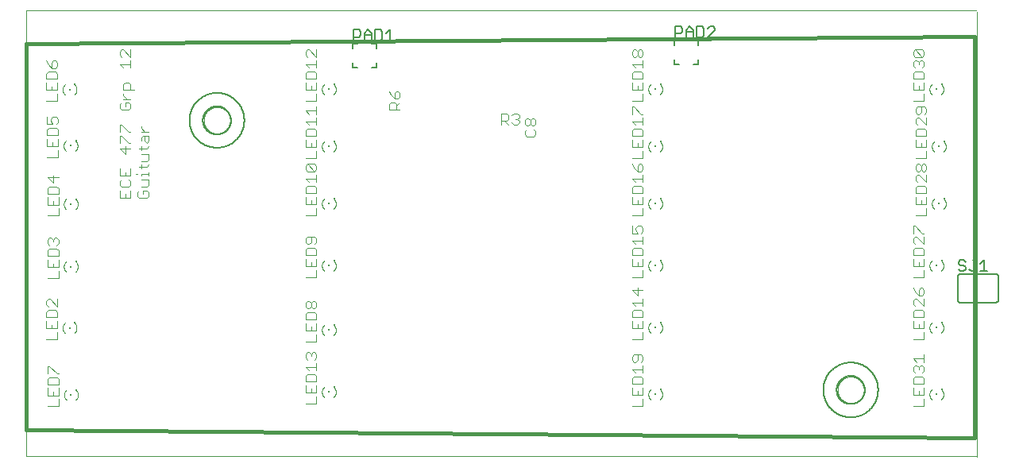
<source format=gto>
G75*
%MOIN*%
%OFA0B0*%
%FSLAX25Y25*%
%IPPOS*%
%LPD*%
%AMOC8*
5,1,8,0,0,1.08239X$1,22.5*
%
%ADD10C,0.00000*%
%ADD11C,0.01600*%
%ADD12C,0.00400*%
%ADD13R,0.00787X0.00787*%
%ADD14R,0.00984X0.00591*%
%ADD15C,0.00600*%
%ADD16C,0.00500*%
%ADD17C,0.00800*%
D10*
X0001800Y0001200D02*
X0001800Y0188161D01*
X0400501Y0188161D01*
X0400661Y0187701D02*
X0400739Y0001000D01*
X0400501Y0001200D02*
X0001800Y0001200D01*
X0076288Y0142200D02*
X0076290Y0142348D01*
X0076296Y0142496D01*
X0076306Y0142644D01*
X0076320Y0142791D01*
X0076338Y0142938D01*
X0076359Y0143084D01*
X0076385Y0143230D01*
X0076415Y0143375D01*
X0076448Y0143519D01*
X0076486Y0143662D01*
X0076527Y0143804D01*
X0076572Y0143945D01*
X0076620Y0144085D01*
X0076673Y0144224D01*
X0076729Y0144361D01*
X0076789Y0144496D01*
X0076852Y0144630D01*
X0076919Y0144762D01*
X0076990Y0144892D01*
X0077064Y0145020D01*
X0077141Y0145146D01*
X0077222Y0145270D01*
X0077306Y0145392D01*
X0077393Y0145511D01*
X0077484Y0145628D01*
X0077578Y0145743D01*
X0077674Y0145855D01*
X0077774Y0145965D01*
X0077876Y0146071D01*
X0077982Y0146175D01*
X0078090Y0146276D01*
X0078201Y0146374D01*
X0078314Y0146470D01*
X0078430Y0146562D01*
X0078548Y0146651D01*
X0078669Y0146736D01*
X0078792Y0146819D01*
X0078917Y0146898D01*
X0079044Y0146974D01*
X0079173Y0147046D01*
X0079304Y0147115D01*
X0079437Y0147180D01*
X0079572Y0147241D01*
X0079708Y0147299D01*
X0079845Y0147354D01*
X0079984Y0147404D01*
X0080125Y0147451D01*
X0080266Y0147494D01*
X0080409Y0147534D01*
X0080553Y0147569D01*
X0080697Y0147601D01*
X0080843Y0147628D01*
X0080989Y0147652D01*
X0081136Y0147672D01*
X0081283Y0147688D01*
X0081430Y0147700D01*
X0081578Y0147708D01*
X0081726Y0147712D01*
X0081874Y0147712D01*
X0082022Y0147708D01*
X0082170Y0147700D01*
X0082317Y0147688D01*
X0082464Y0147672D01*
X0082611Y0147652D01*
X0082757Y0147628D01*
X0082903Y0147601D01*
X0083047Y0147569D01*
X0083191Y0147534D01*
X0083334Y0147494D01*
X0083475Y0147451D01*
X0083616Y0147404D01*
X0083755Y0147354D01*
X0083892Y0147299D01*
X0084028Y0147241D01*
X0084163Y0147180D01*
X0084296Y0147115D01*
X0084427Y0147046D01*
X0084556Y0146974D01*
X0084683Y0146898D01*
X0084808Y0146819D01*
X0084931Y0146736D01*
X0085052Y0146651D01*
X0085170Y0146562D01*
X0085286Y0146470D01*
X0085399Y0146374D01*
X0085510Y0146276D01*
X0085618Y0146175D01*
X0085724Y0146071D01*
X0085826Y0145965D01*
X0085926Y0145855D01*
X0086022Y0145743D01*
X0086116Y0145628D01*
X0086207Y0145511D01*
X0086294Y0145392D01*
X0086378Y0145270D01*
X0086459Y0145146D01*
X0086536Y0145020D01*
X0086610Y0144892D01*
X0086681Y0144762D01*
X0086748Y0144630D01*
X0086811Y0144496D01*
X0086871Y0144361D01*
X0086927Y0144224D01*
X0086980Y0144085D01*
X0087028Y0143945D01*
X0087073Y0143804D01*
X0087114Y0143662D01*
X0087152Y0143519D01*
X0087185Y0143375D01*
X0087215Y0143230D01*
X0087241Y0143084D01*
X0087262Y0142938D01*
X0087280Y0142791D01*
X0087294Y0142644D01*
X0087304Y0142496D01*
X0087310Y0142348D01*
X0087312Y0142200D01*
X0087310Y0142052D01*
X0087304Y0141904D01*
X0087294Y0141756D01*
X0087280Y0141609D01*
X0087262Y0141462D01*
X0087241Y0141316D01*
X0087215Y0141170D01*
X0087185Y0141025D01*
X0087152Y0140881D01*
X0087114Y0140738D01*
X0087073Y0140596D01*
X0087028Y0140455D01*
X0086980Y0140315D01*
X0086927Y0140176D01*
X0086871Y0140039D01*
X0086811Y0139904D01*
X0086748Y0139770D01*
X0086681Y0139638D01*
X0086610Y0139508D01*
X0086536Y0139380D01*
X0086459Y0139254D01*
X0086378Y0139130D01*
X0086294Y0139008D01*
X0086207Y0138889D01*
X0086116Y0138772D01*
X0086022Y0138657D01*
X0085926Y0138545D01*
X0085826Y0138435D01*
X0085724Y0138329D01*
X0085618Y0138225D01*
X0085510Y0138124D01*
X0085399Y0138026D01*
X0085286Y0137930D01*
X0085170Y0137838D01*
X0085052Y0137749D01*
X0084931Y0137664D01*
X0084808Y0137581D01*
X0084683Y0137502D01*
X0084556Y0137426D01*
X0084427Y0137354D01*
X0084296Y0137285D01*
X0084163Y0137220D01*
X0084028Y0137159D01*
X0083892Y0137101D01*
X0083755Y0137046D01*
X0083616Y0136996D01*
X0083475Y0136949D01*
X0083334Y0136906D01*
X0083191Y0136866D01*
X0083047Y0136831D01*
X0082903Y0136799D01*
X0082757Y0136772D01*
X0082611Y0136748D01*
X0082464Y0136728D01*
X0082317Y0136712D01*
X0082170Y0136700D01*
X0082022Y0136692D01*
X0081874Y0136688D01*
X0081726Y0136688D01*
X0081578Y0136692D01*
X0081430Y0136700D01*
X0081283Y0136712D01*
X0081136Y0136728D01*
X0080989Y0136748D01*
X0080843Y0136772D01*
X0080697Y0136799D01*
X0080553Y0136831D01*
X0080409Y0136866D01*
X0080266Y0136906D01*
X0080125Y0136949D01*
X0079984Y0136996D01*
X0079845Y0137046D01*
X0079708Y0137101D01*
X0079572Y0137159D01*
X0079437Y0137220D01*
X0079304Y0137285D01*
X0079173Y0137354D01*
X0079044Y0137426D01*
X0078917Y0137502D01*
X0078792Y0137581D01*
X0078669Y0137664D01*
X0078548Y0137749D01*
X0078430Y0137838D01*
X0078314Y0137930D01*
X0078201Y0138026D01*
X0078090Y0138124D01*
X0077982Y0138225D01*
X0077876Y0138329D01*
X0077774Y0138435D01*
X0077674Y0138545D01*
X0077578Y0138657D01*
X0077484Y0138772D01*
X0077393Y0138889D01*
X0077306Y0139008D01*
X0077222Y0139130D01*
X0077141Y0139254D01*
X0077064Y0139380D01*
X0076990Y0139508D01*
X0076919Y0139638D01*
X0076852Y0139770D01*
X0076789Y0139904D01*
X0076729Y0140039D01*
X0076673Y0140176D01*
X0076620Y0140315D01*
X0076572Y0140455D01*
X0076527Y0140596D01*
X0076486Y0140738D01*
X0076448Y0140881D01*
X0076415Y0141025D01*
X0076385Y0141170D01*
X0076359Y0141316D01*
X0076338Y0141462D01*
X0076320Y0141609D01*
X0076306Y0141756D01*
X0076296Y0141904D01*
X0076290Y0142052D01*
X0076288Y0142200D01*
X0342288Y0029100D02*
X0342290Y0029248D01*
X0342296Y0029396D01*
X0342306Y0029544D01*
X0342320Y0029691D01*
X0342338Y0029838D01*
X0342359Y0029984D01*
X0342385Y0030130D01*
X0342415Y0030275D01*
X0342448Y0030419D01*
X0342486Y0030562D01*
X0342527Y0030704D01*
X0342572Y0030845D01*
X0342620Y0030985D01*
X0342673Y0031124D01*
X0342729Y0031261D01*
X0342789Y0031396D01*
X0342852Y0031530D01*
X0342919Y0031662D01*
X0342990Y0031792D01*
X0343064Y0031920D01*
X0343141Y0032046D01*
X0343222Y0032170D01*
X0343306Y0032292D01*
X0343393Y0032411D01*
X0343484Y0032528D01*
X0343578Y0032643D01*
X0343674Y0032755D01*
X0343774Y0032865D01*
X0343876Y0032971D01*
X0343982Y0033075D01*
X0344090Y0033176D01*
X0344201Y0033274D01*
X0344314Y0033370D01*
X0344430Y0033462D01*
X0344548Y0033551D01*
X0344669Y0033636D01*
X0344792Y0033719D01*
X0344917Y0033798D01*
X0345044Y0033874D01*
X0345173Y0033946D01*
X0345304Y0034015D01*
X0345437Y0034080D01*
X0345572Y0034141D01*
X0345708Y0034199D01*
X0345845Y0034254D01*
X0345984Y0034304D01*
X0346125Y0034351D01*
X0346266Y0034394D01*
X0346409Y0034434D01*
X0346553Y0034469D01*
X0346697Y0034501D01*
X0346843Y0034528D01*
X0346989Y0034552D01*
X0347136Y0034572D01*
X0347283Y0034588D01*
X0347430Y0034600D01*
X0347578Y0034608D01*
X0347726Y0034612D01*
X0347874Y0034612D01*
X0348022Y0034608D01*
X0348170Y0034600D01*
X0348317Y0034588D01*
X0348464Y0034572D01*
X0348611Y0034552D01*
X0348757Y0034528D01*
X0348903Y0034501D01*
X0349047Y0034469D01*
X0349191Y0034434D01*
X0349334Y0034394D01*
X0349475Y0034351D01*
X0349616Y0034304D01*
X0349755Y0034254D01*
X0349892Y0034199D01*
X0350028Y0034141D01*
X0350163Y0034080D01*
X0350296Y0034015D01*
X0350427Y0033946D01*
X0350556Y0033874D01*
X0350683Y0033798D01*
X0350808Y0033719D01*
X0350931Y0033636D01*
X0351052Y0033551D01*
X0351170Y0033462D01*
X0351286Y0033370D01*
X0351399Y0033274D01*
X0351510Y0033176D01*
X0351618Y0033075D01*
X0351724Y0032971D01*
X0351826Y0032865D01*
X0351926Y0032755D01*
X0352022Y0032643D01*
X0352116Y0032528D01*
X0352207Y0032411D01*
X0352294Y0032292D01*
X0352378Y0032170D01*
X0352459Y0032046D01*
X0352536Y0031920D01*
X0352610Y0031792D01*
X0352681Y0031662D01*
X0352748Y0031530D01*
X0352811Y0031396D01*
X0352871Y0031261D01*
X0352927Y0031124D01*
X0352980Y0030985D01*
X0353028Y0030845D01*
X0353073Y0030704D01*
X0353114Y0030562D01*
X0353152Y0030419D01*
X0353185Y0030275D01*
X0353215Y0030130D01*
X0353241Y0029984D01*
X0353262Y0029838D01*
X0353280Y0029691D01*
X0353294Y0029544D01*
X0353304Y0029396D01*
X0353310Y0029248D01*
X0353312Y0029100D01*
X0353310Y0028952D01*
X0353304Y0028804D01*
X0353294Y0028656D01*
X0353280Y0028509D01*
X0353262Y0028362D01*
X0353241Y0028216D01*
X0353215Y0028070D01*
X0353185Y0027925D01*
X0353152Y0027781D01*
X0353114Y0027638D01*
X0353073Y0027496D01*
X0353028Y0027355D01*
X0352980Y0027215D01*
X0352927Y0027076D01*
X0352871Y0026939D01*
X0352811Y0026804D01*
X0352748Y0026670D01*
X0352681Y0026538D01*
X0352610Y0026408D01*
X0352536Y0026280D01*
X0352459Y0026154D01*
X0352378Y0026030D01*
X0352294Y0025908D01*
X0352207Y0025789D01*
X0352116Y0025672D01*
X0352022Y0025557D01*
X0351926Y0025445D01*
X0351826Y0025335D01*
X0351724Y0025229D01*
X0351618Y0025125D01*
X0351510Y0025024D01*
X0351399Y0024926D01*
X0351286Y0024830D01*
X0351170Y0024738D01*
X0351052Y0024649D01*
X0350931Y0024564D01*
X0350808Y0024481D01*
X0350683Y0024402D01*
X0350556Y0024326D01*
X0350427Y0024254D01*
X0350296Y0024185D01*
X0350163Y0024120D01*
X0350028Y0024059D01*
X0349892Y0024001D01*
X0349755Y0023946D01*
X0349616Y0023896D01*
X0349475Y0023849D01*
X0349334Y0023806D01*
X0349191Y0023766D01*
X0349047Y0023731D01*
X0348903Y0023699D01*
X0348757Y0023672D01*
X0348611Y0023648D01*
X0348464Y0023628D01*
X0348317Y0023612D01*
X0348170Y0023600D01*
X0348022Y0023592D01*
X0347874Y0023588D01*
X0347726Y0023588D01*
X0347578Y0023592D01*
X0347430Y0023600D01*
X0347283Y0023612D01*
X0347136Y0023628D01*
X0346989Y0023648D01*
X0346843Y0023672D01*
X0346697Y0023699D01*
X0346553Y0023731D01*
X0346409Y0023766D01*
X0346266Y0023806D01*
X0346125Y0023849D01*
X0345984Y0023896D01*
X0345845Y0023946D01*
X0345708Y0024001D01*
X0345572Y0024059D01*
X0345437Y0024120D01*
X0345304Y0024185D01*
X0345173Y0024254D01*
X0345044Y0024326D01*
X0344917Y0024402D01*
X0344792Y0024481D01*
X0344669Y0024564D01*
X0344548Y0024649D01*
X0344430Y0024738D01*
X0344314Y0024830D01*
X0344201Y0024926D01*
X0344090Y0025024D01*
X0343982Y0025125D01*
X0343876Y0025229D01*
X0343774Y0025335D01*
X0343674Y0025445D01*
X0343578Y0025557D01*
X0343484Y0025672D01*
X0343393Y0025789D01*
X0343306Y0025908D01*
X0343222Y0026030D01*
X0343141Y0026154D01*
X0343064Y0026280D01*
X0342990Y0026408D01*
X0342919Y0026538D01*
X0342852Y0026670D01*
X0342789Y0026804D01*
X0342729Y0026939D01*
X0342673Y0027076D01*
X0342620Y0027215D01*
X0342572Y0027355D01*
X0342527Y0027496D01*
X0342486Y0027638D01*
X0342448Y0027781D01*
X0342415Y0027925D01*
X0342385Y0028070D01*
X0342359Y0028216D01*
X0342338Y0028362D01*
X0342320Y0028509D01*
X0342306Y0028656D01*
X0342296Y0028804D01*
X0342290Y0028952D01*
X0342288Y0029100D01*
D11*
X0399800Y0009000D02*
X0399800Y0177400D01*
X0001800Y0174200D01*
X0001800Y0012200D01*
X0399800Y0009000D01*
D12*
X0378600Y0022400D02*
X0373996Y0022400D01*
X0378600Y0022400D02*
X0378600Y0025469D01*
X0378600Y0027004D02*
X0378600Y0030073D01*
X0378600Y0031608D02*
X0378600Y0033910D01*
X0377833Y0034677D01*
X0374763Y0034677D01*
X0373996Y0033910D01*
X0373996Y0031608D01*
X0378600Y0031608D01*
X0376298Y0028539D02*
X0376298Y0027004D01*
X0373996Y0027004D02*
X0373996Y0030073D01*
X0373996Y0027004D02*
X0378600Y0027004D01*
X0381832Y0025035D02*
X0381755Y0025108D01*
X0381680Y0025183D01*
X0381609Y0025261D01*
X0381540Y0025342D01*
X0381474Y0025425D01*
X0381411Y0025510D01*
X0381352Y0025598D01*
X0381295Y0025687D01*
X0381242Y0025779D01*
X0381192Y0025873D01*
X0381146Y0025968D01*
X0381103Y0026065D01*
X0381064Y0026163D01*
X0381028Y0026263D01*
X0380996Y0026364D01*
X0380968Y0026466D01*
X0380943Y0026569D01*
X0380922Y0026673D01*
X0380905Y0026778D01*
X0380891Y0026883D01*
X0380882Y0026988D01*
X0380876Y0027094D01*
X0380874Y0027200D01*
X0380876Y0027306D01*
X0380882Y0027412D01*
X0380891Y0027517D01*
X0380905Y0027622D01*
X0380922Y0027727D01*
X0380943Y0027831D01*
X0380968Y0027934D01*
X0380996Y0028036D01*
X0381028Y0028137D01*
X0381064Y0028237D01*
X0381103Y0028335D01*
X0381146Y0028432D01*
X0381192Y0028527D01*
X0381242Y0028621D01*
X0381295Y0028713D01*
X0381352Y0028802D01*
X0381411Y0028890D01*
X0381474Y0028975D01*
X0381540Y0029058D01*
X0381609Y0029139D01*
X0381680Y0029217D01*
X0381755Y0029292D01*
X0381832Y0029365D01*
X0385768Y0029365D02*
X0385845Y0029292D01*
X0385920Y0029217D01*
X0385991Y0029139D01*
X0386060Y0029058D01*
X0386126Y0028975D01*
X0386189Y0028890D01*
X0386248Y0028802D01*
X0386305Y0028713D01*
X0386358Y0028621D01*
X0386408Y0028527D01*
X0386454Y0028432D01*
X0386497Y0028335D01*
X0386536Y0028237D01*
X0386572Y0028137D01*
X0386604Y0028036D01*
X0386632Y0027934D01*
X0386657Y0027831D01*
X0386678Y0027727D01*
X0386695Y0027622D01*
X0386709Y0027517D01*
X0386718Y0027412D01*
X0386724Y0027306D01*
X0386726Y0027200D01*
X0386724Y0027094D01*
X0386718Y0026988D01*
X0386709Y0026883D01*
X0386695Y0026778D01*
X0386678Y0026673D01*
X0386657Y0026569D01*
X0386632Y0026466D01*
X0386604Y0026364D01*
X0386572Y0026263D01*
X0386536Y0026163D01*
X0386497Y0026065D01*
X0386454Y0025968D01*
X0386408Y0025873D01*
X0386358Y0025779D01*
X0386305Y0025687D01*
X0386248Y0025598D01*
X0386189Y0025510D01*
X0386126Y0025425D01*
X0386060Y0025342D01*
X0385991Y0025261D01*
X0385920Y0025183D01*
X0385845Y0025108D01*
X0385768Y0025035D01*
X0377833Y0036212D02*
X0378600Y0036979D01*
X0378600Y0038514D01*
X0377833Y0039281D01*
X0377065Y0039281D01*
X0376298Y0038514D01*
X0376298Y0037746D01*
X0376298Y0038514D02*
X0375531Y0039281D01*
X0374763Y0039281D01*
X0373996Y0038514D01*
X0373996Y0036979D01*
X0374763Y0036212D01*
X0375531Y0040816D02*
X0373996Y0042350D01*
X0378600Y0042350D01*
X0378600Y0040816D02*
X0378600Y0043885D01*
X0378600Y0050400D02*
X0373996Y0050400D01*
X0378600Y0050400D02*
X0378600Y0053469D01*
X0378600Y0055004D02*
X0378600Y0058073D01*
X0378600Y0059608D02*
X0378600Y0061910D01*
X0377833Y0062677D01*
X0374763Y0062677D01*
X0373996Y0061910D01*
X0373996Y0059608D01*
X0378600Y0059608D01*
X0376298Y0056539D02*
X0376298Y0055004D01*
X0373996Y0055004D02*
X0373996Y0058073D01*
X0373996Y0055004D02*
X0378600Y0055004D01*
X0381832Y0053035D02*
X0381755Y0053108D01*
X0381680Y0053183D01*
X0381609Y0053261D01*
X0381540Y0053342D01*
X0381474Y0053425D01*
X0381411Y0053510D01*
X0381352Y0053598D01*
X0381295Y0053687D01*
X0381242Y0053779D01*
X0381192Y0053873D01*
X0381146Y0053968D01*
X0381103Y0054065D01*
X0381064Y0054163D01*
X0381028Y0054263D01*
X0380996Y0054364D01*
X0380968Y0054466D01*
X0380943Y0054569D01*
X0380922Y0054673D01*
X0380905Y0054778D01*
X0380891Y0054883D01*
X0380882Y0054988D01*
X0380876Y0055094D01*
X0380874Y0055200D01*
X0380876Y0055306D01*
X0380882Y0055412D01*
X0380891Y0055517D01*
X0380905Y0055622D01*
X0380922Y0055727D01*
X0380943Y0055831D01*
X0380968Y0055934D01*
X0380996Y0056036D01*
X0381028Y0056137D01*
X0381064Y0056237D01*
X0381103Y0056335D01*
X0381146Y0056432D01*
X0381192Y0056527D01*
X0381242Y0056621D01*
X0381295Y0056713D01*
X0381352Y0056802D01*
X0381411Y0056890D01*
X0381474Y0056975D01*
X0381540Y0057058D01*
X0381609Y0057139D01*
X0381680Y0057217D01*
X0381755Y0057292D01*
X0381832Y0057365D01*
X0385768Y0057365D02*
X0385845Y0057292D01*
X0385920Y0057217D01*
X0385991Y0057139D01*
X0386060Y0057058D01*
X0386126Y0056975D01*
X0386189Y0056890D01*
X0386248Y0056802D01*
X0386305Y0056713D01*
X0386358Y0056621D01*
X0386408Y0056527D01*
X0386454Y0056432D01*
X0386497Y0056335D01*
X0386536Y0056237D01*
X0386572Y0056137D01*
X0386604Y0056036D01*
X0386632Y0055934D01*
X0386657Y0055831D01*
X0386678Y0055727D01*
X0386695Y0055622D01*
X0386709Y0055517D01*
X0386718Y0055412D01*
X0386724Y0055306D01*
X0386726Y0055200D01*
X0386724Y0055094D01*
X0386718Y0054988D01*
X0386709Y0054883D01*
X0386695Y0054778D01*
X0386678Y0054673D01*
X0386657Y0054569D01*
X0386632Y0054466D01*
X0386604Y0054364D01*
X0386572Y0054263D01*
X0386536Y0054163D01*
X0386497Y0054065D01*
X0386454Y0053968D01*
X0386408Y0053873D01*
X0386358Y0053779D01*
X0386305Y0053687D01*
X0386248Y0053598D01*
X0386189Y0053510D01*
X0386126Y0053425D01*
X0386060Y0053342D01*
X0385991Y0053261D01*
X0385920Y0053183D01*
X0385845Y0053108D01*
X0385768Y0053035D01*
X0378600Y0064212D02*
X0375531Y0067281D01*
X0374763Y0067281D01*
X0373996Y0066514D01*
X0373996Y0064979D01*
X0374763Y0064212D01*
X0378600Y0064212D02*
X0378600Y0067281D01*
X0377833Y0068816D02*
X0378600Y0069583D01*
X0378600Y0071118D01*
X0377833Y0071885D01*
X0377065Y0071885D01*
X0376298Y0071118D01*
X0376298Y0068816D01*
X0377833Y0068816D01*
X0376298Y0068816D02*
X0374763Y0070350D01*
X0373996Y0071885D01*
X0373996Y0076400D02*
X0378600Y0076400D01*
X0378600Y0079469D01*
X0378600Y0081004D02*
X0378600Y0084073D01*
X0378600Y0085608D02*
X0378600Y0087910D01*
X0377833Y0088677D01*
X0374763Y0088677D01*
X0373996Y0087910D01*
X0373996Y0085608D01*
X0378600Y0085608D01*
X0376298Y0082539D02*
X0376298Y0081004D01*
X0373996Y0081004D02*
X0378600Y0081004D01*
X0381832Y0079035D02*
X0381755Y0079108D01*
X0381680Y0079183D01*
X0381609Y0079261D01*
X0381540Y0079342D01*
X0381474Y0079425D01*
X0381411Y0079510D01*
X0381352Y0079598D01*
X0381295Y0079687D01*
X0381242Y0079779D01*
X0381192Y0079873D01*
X0381146Y0079968D01*
X0381103Y0080065D01*
X0381064Y0080163D01*
X0381028Y0080263D01*
X0380996Y0080364D01*
X0380968Y0080466D01*
X0380943Y0080569D01*
X0380922Y0080673D01*
X0380905Y0080778D01*
X0380891Y0080883D01*
X0380882Y0080988D01*
X0380876Y0081094D01*
X0380874Y0081200D01*
X0380876Y0081306D01*
X0380882Y0081412D01*
X0380891Y0081517D01*
X0380905Y0081622D01*
X0380922Y0081727D01*
X0380943Y0081831D01*
X0380968Y0081934D01*
X0380996Y0082036D01*
X0381028Y0082137D01*
X0381064Y0082237D01*
X0381103Y0082335D01*
X0381146Y0082432D01*
X0381192Y0082527D01*
X0381242Y0082621D01*
X0381295Y0082713D01*
X0381352Y0082802D01*
X0381411Y0082890D01*
X0381474Y0082975D01*
X0381540Y0083058D01*
X0381609Y0083139D01*
X0381680Y0083217D01*
X0381755Y0083292D01*
X0381832Y0083365D01*
X0385768Y0083365D02*
X0385845Y0083292D01*
X0385920Y0083217D01*
X0385991Y0083139D01*
X0386060Y0083058D01*
X0386126Y0082975D01*
X0386189Y0082890D01*
X0386248Y0082802D01*
X0386305Y0082713D01*
X0386358Y0082621D01*
X0386408Y0082527D01*
X0386454Y0082432D01*
X0386497Y0082335D01*
X0386536Y0082237D01*
X0386572Y0082137D01*
X0386604Y0082036D01*
X0386632Y0081934D01*
X0386657Y0081831D01*
X0386678Y0081727D01*
X0386695Y0081622D01*
X0386709Y0081517D01*
X0386718Y0081412D01*
X0386724Y0081306D01*
X0386726Y0081200D01*
X0386724Y0081094D01*
X0386718Y0080988D01*
X0386709Y0080883D01*
X0386695Y0080778D01*
X0386678Y0080673D01*
X0386657Y0080569D01*
X0386632Y0080466D01*
X0386604Y0080364D01*
X0386572Y0080263D01*
X0386536Y0080163D01*
X0386497Y0080065D01*
X0386454Y0079968D01*
X0386408Y0079873D01*
X0386358Y0079779D01*
X0386305Y0079687D01*
X0386248Y0079598D01*
X0386189Y0079510D01*
X0386126Y0079425D01*
X0386060Y0079342D01*
X0385991Y0079261D01*
X0385920Y0079183D01*
X0385845Y0079108D01*
X0385768Y0079035D01*
X0373996Y0081004D02*
X0373996Y0084073D01*
X0374763Y0090212D02*
X0373996Y0090979D01*
X0373996Y0092514D01*
X0374763Y0093281D01*
X0375531Y0093281D01*
X0378600Y0090212D01*
X0378600Y0093281D01*
X0378600Y0094816D02*
X0377833Y0094816D01*
X0374763Y0097885D01*
X0373996Y0097885D01*
X0373996Y0094816D01*
X0374996Y0102400D02*
X0379600Y0102400D01*
X0379600Y0105469D01*
X0379600Y0107004D02*
X0374996Y0107004D01*
X0374996Y0110073D01*
X0374996Y0111608D02*
X0374996Y0113910D01*
X0375763Y0114677D01*
X0378833Y0114677D01*
X0379600Y0113910D01*
X0379600Y0111608D01*
X0374996Y0111608D01*
X0379600Y0110073D02*
X0379600Y0107004D01*
X0377298Y0107004D02*
X0377298Y0108539D01*
X0382832Y0109365D02*
X0382755Y0109292D01*
X0382680Y0109217D01*
X0382609Y0109139D01*
X0382540Y0109058D01*
X0382474Y0108975D01*
X0382411Y0108890D01*
X0382352Y0108802D01*
X0382295Y0108713D01*
X0382242Y0108621D01*
X0382192Y0108527D01*
X0382146Y0108432D01*
X0382103Y0108335D01*
X0382064Y0108237D01*
X0382028Y0108137D01*
X0381996Y0108036D01*
X0381968Y0107934D01*
X0381943Y0107831D01*
X0381922Y0107727D01*
X0381905Y0107622D01*
X0381891Y0107517D01*
X0381882Y0107412D01*
X0381876Y0107306D01*
X0381874Y0107200D01*
X0381876Y0107094D01*
X0381882Y0106988D01*
X0381891Y0106883D01*
X0381905Y0106778D01*
X0381922Y0106673D01*
X0381943Y0106569D01*
X0381968Y0106466D01*
X0381996Y0106364D01*
X0382028Y0106263D01*
X0382064Y0106163D01*
X0382103Y0106065D01*
X0382146Y0105968D01*
X0382192Y0105873D01*
X0382242Y0105779D01*
X0382295Y0105687D01*
X0382352Y0105598D01*
X0382411Y0105510D01*
X0382474Y0105425D01*
X0382540Y0105342D01*
X0382609Y0105261D01*
X0382680Y0105183D01*
X0382755Y0105108D01*
X0382832Y0105035D01*
X0386768Y0105035D02*
X0386845Y0105108D01*
X0386920Y0105183D01*
X0386991Y0105261D01*
X0387060Y0105342D01*
X0387126Y0105425D01*
X0387189Y0105510D01*
X0387248Y0105598D01*
X0387305Y0105687D01*
X0387358Y0105779D01*
X0387408Y0105873D01*
X0387454Y0105968D01*
X0387497Y0106065D01*
X0387536Y0106163D01*
X0387572Y0106263D01*
X0387604Y0106364D01*
X0387632Y0106466D01*
X0387657Y0106569D01*
X0387678Y0106673D01*
X0387695Y0106778D01*
X0387709Y0106883D01*
X0387718Y0106988D01*
X0387724Y0107094D01*
X0387726Y0107200D01*
X0387724Y0107306D01*
X0387718Y0107412D01*
X0387709Y0107517D01*
X0387695Y0107622D01*
X0387678Y0107727D01*
X0387657Y0107831D01*
X0387632Y0107934D01*
X0387604Y0108036D01*
X0387572Y0108137D01*
X0387536Y0108237D01*
X0387497Y0108335D01*
X0387454Y0108432D01*
X0387408Y0108527D01*
X0387358Y0108621D01*
X0387305Y0108713D01*
X0387248Y0108802D01*
X0387189Y0108890D01*
X0387126Y0108975D01*
X0387060Y0109058D01*
X0386991Y0109139D01*
X0386920Y0109217D01*
X0386845Y0109292D01*
X0386768Y0109365D01*
X0379600Y0116212D02*
X0376531Y0119281D01*
X0375763Y0119281D01*
X0374996Y0118514D01*
X0374996Y0116979D01*
X0375763Y0116212D01*
X0379600Y0116212D02*
X0379600Y0119281D01*
X0378833Y0120816D02*
X0378065Y0120816D01*
X0377298Y0121583D01*
X0377298Y0123118D01*
X0378065Y0123885D01*
X0378833Y0123885D01*
X0379600Y0123118D01*
X0379600Y0121583D01*
X0378833Y0120816D01*
X0377298Y0121583D02*
X0376531Y0120816D01*
X0375763Y0120816D01*
X0374996Y0121583D01*
X0374996Y0123118D01*
X0375763Y0123885D01*
X0376531Y0123885D01*
X0377298Y0123118D01*
X0374996Y0126400D02*
X0379600Y0126400D01*
X0379600Y0129469D01*
X0379600Y0131004D02*
X0374996Y0131004D01*
X0374996Y0134073D01*
X0374996Y0135608D02*
X0374996Y0137910D01*
X0375763Y0138677D01*
X0378833Y0138677D01*
X0379600Y0137910D01*
X0379600Y0135608D01*
X0374996Y0135608D01*
X0377298Y0132539D02*
X0377298Y0131004D01*
X0379600Y0131004D02*
X0379600Y0134073D01*
X0382832Y0133365D02*
X0382755Y0133292D01*
X0382680Y0133217D01*
X0382609Y0133139D01*
X0382540Y0133058D01*
X0382474Y0132975D01*
X0382411Y0132890D01*
X0382352Y0132802D01*
X0382295Y0132713D01*
X0382242Y0132621D01*
X0382192Y0132527D01*
X0382146Y0132432D01*
X0382103Y0132335D01*
X0382064Y0132237D01*
X0382028Y0132137D01*
X0381996Y0132036D01*
X0381968Y0131934D01*
X0381943Y0131831D01*
X0381922Y0131727D01*
X0381905Y0131622D01*
X0381891Y0131517D01*
X0381882Y0131412D01*
X0381876Y0131306D01*
X0381874Y0131200D01*
X0381876Y0131094D01*
X0381882Y0130988D01*
X0381891Y0130883D01*
X0381905Y0130778D01*
X0381922Y0130673D01*
X0381943Y0130569D01*
X0381968Y0130466D01*
X0381996Y0130364D01*
X0382028Y0130263D01*
X0382064Y0130163D01*
X0382103Y0130065D01*
X0382146Y0129968D01*
X0382192Y0129873D01*
X0382242Y0129779D01*
X0382295Y0129687D01*
X0382352Y0129598D01*
X0382411Y0129510D01*
X0382474Y0129425D01*
X0382540Y0129342D01*
X0382609Y0129261D01*
X0382680Y0129183D01*
X0382755Y0129108D01*
X0382832Y0129035D01*
X0386768Y0129035D02*
X0386845Y0129108D01*
X0386920Y0129183D01*
X0386991Y0129261D01*
X0387060Y0129342D01*
X0387126Y0129425D01*
X0387189Y0129510D01*
X0387248Y0129598D01*
X0387305Y0129687D01*
X0387358Y0129779D01*
X0387408Y0129873D01*
X0387454Y0129968D01*
X0387497Y0130065D01*
X0387536Y0130163D01*
X0387572Y0130263D01*
X0387604Y0130364D01*
X0387632Y0130466D01*
X0387657Y0130569D01*
X0387678Y0130673D01*
X0387695Y0130778D01*
X0387709Y0130883D01*
X0387718Y0130988D01*
X0387724Y0131094D01*
X0387726Y0131200D01*
X0387724Y0131306D01*
X0387718Y0131412D01*
X0387709Y0131517D01*
X0387695Y0131622D01*
X0387678Y0131727D01*
X0387657Y0131831D01*
X0387632Y0131934D01*
X0387604Y0132036D01*
X0387572Y0132137D01*
X0387536Y0132237D01*
X0387497Y0132335D01*
X0387454Y0132432D01*
X0387408Y0132527D01*
X0387358Y0132621D01*
X0387305Y0132713D01*
X0387248Y0132802D01*
X0387189Y0132890D01*
X0387126Y0132975D01*
X0387060Y0133058D01*
X0386991Y0133139D01*
X0386920Y0133217D01*
X0386845Y0133292D01*
X0386768Y0133365D01*
X0379600Y0140212D02*
X0376531Y0143281D01*
X0375763Y0143281D01*
X0374996Y0142514D01*
X0374996Y0140979D01*
X0375763Y0140212D01*
X0379600Y0140212D02*
X0379600Y0143281D01*
X0378833Y0144816D02*
X0379600Y0145583D01*
X0379600Y0147118D01*
X0378833Y0147885D01*
X0375763Y0147885D01*
X0374996Y0147118D01*
X0374996Y0145583D01*
X0375763Y0144816D01*
X0376531Y0144816D01*
X0377298Y0145583D01*
X0377298Y0147885D01*
X0378600Y0150400D02*
X0373996Y0150400D01*
X0373996Y0155004D02*
X0378600Y0155004D01*
X0378600Y0158073D01*
X0378600Y0159608D02*
X0378600Y0161910D01*
X0377833Y0162677D01*
X0374763Y0162677D01*
X0373996Y0161910D01*
X0373996Y0159608D01*
X0378600Y0159608D01*
X0376298Y0156539D02*
X0376298Y0155004D01*
X0373996Y0155004D02*
X0373996Y0158073D01*
X0378600Y0153469D02*
X0378600Y0150400D01*
X0381832Y0153035D02*
X0381755Y0153108D01*
X0381680Y0153183D01*
X0381609Y0153261D01*
X0381540Y0153342D01*
X0381474Y0153425D01*
X0381411Y0153510D01*
X0381352Y0153598D01*
X0381295Y0153687D01*
X0381242Y0153779D01*
X0381192Y0153873D01*
X0381146Y0153968D01*
X0381103Y0154065D01*
X0381064Y0154163D01*
X0381028Y0154263D01*
X0380996Y0154364D01*
X0380968Y0154466D01*
X0380943Y0154569D01*
X0380922Y0154673D01*
X0380905Y0154778D01*
X0380891Y0154883D01*
X0380882Y0154988D01*
X0380876Y0155094D01*
X0380874Y0155200D01*
X0380876Y0155306D01*
X0380882Y0155412D01*
X0380891Y0155517D01*
X0380905Y0155622D01*
X0380922Y0155727D01*
X0380943Y0155831D01*
X0380968Y0155934D01*
X0380996Y0156036D01*
X0381028Y0156137D01*
X0381064Y0156237D01*
X0381103Y0156335D01*
X0381146Y0156432D01*
X0381192Y0156527D01*
X0381242Y0156621D01*
X0381295Y0156713D01*
X0381352Y0156802D01*
X0381411Y0156890D01*
X0381474Y0156975D01*
X0381540Y0157058D01*
X0381609Y0157139D01*
X0381680Y0157217D01*
X0381755Y0157292D01*
X0381832Y0157365D01*
X0385768Y0157365D02*
X0385845Y0157292D01*
X0385920Y0157217D01*
X0385991Y0157139D01*
X0386060Y0157058D01*
X0386126Y0156975D01*
X0386189Y0156890D01*
X0386248Y0156802D01*
X0386305Y0156713D01*
X0386358Y0156621D01*
X0386408Y0156527D01*
X0386454Y0156432D01*
X0386497Y0156335D01*
X0386536Y0156237D01*
X0386572Y0156137D01*
X0386604Y0156036D01*
X0386632Y0155934D01*
X0386657Y0155831D01*
X0386678Y0155727D01*
X0386695Y0155622D01*
X0386709Y0155517D01*
X0386718Y0155412D01*
X0386724Y0155306D01*
X0386726Y0155200D01*
X0386724Y0155094D01*
X0386718Y0154988D01*
X0386709Y0154883D01*
X0386695Y0154778D01*
X0386678Y0154673D01*
X0386657Y0154569D01*
X0386632Y0154466D01*
X0386604Y0154364D01*
X0386572Y0154263D01*
X0386536Y0154163D01*
X0386497Y0154065D01*
X0386454Y0153968D01*
X0386408Y0153873D01*
X0386358Y0153779D01*
X0386305Y0153687D01*
X0386248Y0153598D01*
X0386189Y0153510D01*
X0386126Y0153425D01*
X0386060Y0153342D01*
X0385991Y0153261D01*
X0385920Y0153183D01*
X0385845Y0153108D01*
X0385768Y0153035D01*
X0377833Y0164212D02*
X0378600Y0164979D01*
X0378600Y0166514D01*
X0377833Y0167281D01*
X0377065Y0167281D01*
X0376298Y0166514D01*
X0376298Y0165746D01*
X0376298Y0166514D02*
X0375531Y0167281D01*
X0374763Y0167281D01*
X0373996Y0166514D01*
X0373996Y0164979D01*
X0374763Y0164212D01*
X0374763Y0168816D02*
X0373996Y0169583D01*
X0373996Y0171118D01*
X0374763Y0171885D01*
X0377833Y0168816D01*
X0378600Y0169583D01*
X0378600Y0171118D01*
X0377833Y0171885D01*
X0374763Y0171885D01*
X0374763Y0168816D02*
X0377833Y0168816D01*
X0267768Y0157365D02*
X0267845Y0157292D01*
X0267920Y0157217D01*
X0267991Y0157139D01*
X0268060Y0157058D01*
X0268126Y0156975D01*
X0268189Y0156890D01*
X0268248Y0156802D01*
X0268305Y0156713D01*
X0268358Y0156621D01*
X0268408Y0156527D01*
X0268454Y0156432D01*
X0268497Y0156335D01*
X0268536Y0156237D01*
X0268572Y0156137D01*
X0268604Y0156036D01*
X0268632Y0155934D01*
X0268657Y0155831D01*
X0268678Y0155727D01*
X0268695Y0155622D01*
X0268709Y0155517D01*
X0268718Y0155412D01*
X0268724Y0155306D01*
X0268726Y0155200D01*
X0268724Y0155094D01*
X0268718Y0154988D01*
X0268709Y0154883D01*
X0268695Y0154778D01*
X0268678Y0154673D01*
X0268657Y0154569D01*
X0268632Y0154466D01*
X0268604Y0154364D01*
X0268572Y0154263D01*
X0268536Y0154163D01*
X0268497Y0154065D01*
X0268454Y0153968D01*
X0268408Y0153873D01*
X0268358Y0153779D01*
X0268305Y0153687D01*
X0268248Y0153598D01*
X0268189Y0153510D01*
X0268126Y0153425D01*
X0268060Y0153342D01*
X0267991Y0153261D01*
X0267920Y0153183D01*
X0267845Y0153108D01*
X0267768Y0153035D01*
X0263832Y0153035D02*
X0263755Y0153108D01*
X0263680Y0153183D01*
X0263609Y0153261D01*
X0263540Y0153342D01*
X0263474Y0153425D01*
X0263411Y0153510D01*
X0263352Y0153598D01*
X0263295Y0153687D01*
X0263242Y0153779D01*
X0263192Y0153873D01*
X0263146Y0153968D01*
X0263103Y0154065D01*
X0263064Y0154163D01*
X0263028Y0154263D01*
X0262996Y0154364D01*
X0262968Y0154466D01*
X0262943Y0154569D01*
X0262922Y0154673D01*
X0262905Y0154778D01*
X0262891Y0154883D01*
X0262882Y0154988D01*
X0262876Y0155094D01*
X0262874Y0155200D01*
X0262876Y0155306D01*
X0262882Y0155412D01*
X0262891Y0155517D01*
X0262905Y0155622D01*
X0262922Y0155727D01*
X0262943Y0155831D01*
X0262968Y0155934D01*
X0262996Y0156036D01*
X0263028Y0156137D01*
X0263064Y0156237D01*
X0263103Y0156335D01*
X0263146Y0156432D01*
X0263192Y0156527D01*
X0263242Y0156621D01*
X0263295Y0156713D01*
X0263352Y0156802D01*
X0263411Y0156890D01*
X0263474Y0156975D01*
X0263540Y0157058D01*
X0263609Y0157139D01*
X0263680Y0157217D01*
X0263755Y0157292D01*
X0263832Y0157365D01*
X0260600Y0158073D02*
X0260600Y0155004D01*
X0255996Y0155004D01*
X0255996Y0158073D01*
X0255996Y0159608D02*
X0255996Y0161910D01*
X0256763Y0162677D01*
X0259833Y0162677D01*
X0260600Y0161910D01*
X0260600Y0159608D01*
X0255996Y0159608D01*
X0258298Y0156539D02*
X0258298Y0155004D01*
X0260600Y0153469D02*
X0260600Y0150400D01*
X0255996Y0150400D01*
X0255996Y0147885D02*
X0256763Y0147885D01*
X0259833Y0144816D01*
X0260600Y0144816D01*
X0260600Y0143281D02*
X0260600Y0140212D01*
X0260600Y0141746D02*
X0255996Y0141746D01*
X0257531Y0140212D01*
X0256763Y0138677D02*
X0255996Y0137910D01*
X0255996Y0135608D01*
X0260600Y0135608D01*
X0260600Y0137910D01*
X0259833Y0138677D01*
X0256763Y0138677D01*
X0255996Y0134073D02*
X0255996Y0131004D01*
X0260600Y0131004D01*
X0260600Y0134073D01*
X0258298Y0132539D02*
X0258298Y0131004D01*
X0260600Y0129469D02*
X0260600Y0126400D01*
X0255996Y0126400D01*
X0255996Y0123885D02*
X0256763Y0122350D01*
X0258298Y0120816D01*
X0258298Y0123118D01*
X0259065Y0123885D01*
X0259833Y0123885D01*
X0260600Y0123118D01*
X0260600Y0121583D01*
X0259833Y0120816D01*
X0258298Y0120816D01*
X0260600Y0119281D02*
X0260600Y0116212D01*
X0260600Y0117746D02*
X0255996Y0117746D01*
X0257531Y0116212D01*
X0256763Y0114677D02*
X0255996Y0113910D01*
X0255996Y0111608D01*
X0260600Y0111608D01*
X0260600Y0113910D01*
X0259833Y0114677D01*
X0256763Y0114677D01*
X0255996Y0110073D02*
X0255996Y0107004D01*
X0260600Y0107004D01*
X0260600Y0110073D01*
X0258298Y0108539D02*
X0258298Y0107004D01*
X0260600Y0105469D02*
X0260600Y0102400D01*
X0255996Y0102400D01*
X0263832Y0105035D02*
X0263755Y0105108D01*
X0263680Y0105183D01*
X0263609Y0105261D01*
X0263540Y0105342D01*
X0263474Y0105425D01*
X0263411Y0105510D01*
X0263352Y0105598D01*
X0263295Y0105687D01*
X0263242Y0105779D01*
X0263192Y0105873D01*
X0263146Y0105968D01*
X0263103Y0106065D01*
X0263064Y0106163D01*
X0263028Y0106263D01*
X0262996Y0106364D01*
X0262968Y0106466D01*
X0262943Y0106569D01*
X0262922Y0106673D01*
X0262905Y0106778D01*
X0262891Y0106883D01*
X0262882Y0106988D01*
X0262876Y0107094D01*
X0262874Y0107200D01*
X0262876Y0107306D01*
X0262882Y0107412D01*
X0262891Y0107517D01*
X0262905Y0107622D01*
X0262922Y0107727D01*
X0262943Y0107831D01*
X0262968Y0107934D01*
X0262996Y0108036D01*
X0263028Y0108137D01*
X0263064Y0108237D01*
X0263103Y0108335D01*
X0263146Y0108432D01*
X0263192Y0108527D01*
X0263242Y0108621D01*
X0263295Y0108713D01*
X0263352Y0108802D01*
X0263411Y0108890D01*
X0263474Y0108975D01*
X0263540Y0109058D01*
X0263609Y0109139D01*
X0263680Y0109217D01*
X0263755Y0109292D01*
X0263832Y0109365D01*
X0267768Y0109365D02*
X0267845Y0109292D01*
X0267920Y0109217D01*
X0267991Y0109139D01*
X0268060Y0109058D01*
X0268126Y0108975D01*
X0268189Y0108890D01*
X0268248Y0108802D01*
X0268305Y0108713D01*
X0268358Y0108621D01*
X0268408Y0108527D01*
X0268454Y0108432D01*
X0268497Y0108335D01*
X0268536Y0108237D01*
X0268572Y0108137D01*
X0268604Y0108036D01*
X0268632Y0107934D01*
X0268657Y0107831D01*
X0268678Y0107727D01*
X0268695Y0107622D01*
X0268709Y0107517D01*
X0268718Y0107412D01*
X0268724Y0107306D01*
X0268726Y0107200D01*
X0268724Y0107094D01*
X0268718Y0106988D01*
X0268709Y0106883D01*
X0268695Y0106778D01*
X0268678Y0106673D01*
X0268657Y0106569D01*
X0268632Y0106466D01*
X0268604Y0106364D01*
X0268572Y0106263D01*
X0268536Y0106163D01*
X0268497Y0106065D01*
X0268454Y0105968D01*
X0268408Y0105873D01*
X0268358Y0105779D01*
X0268305Y0105687D01*
X0268248Y0105598D01*
X0268189Y0105510D01*
X0268126Y0105425D01*
X0268060Y0105342D01*
X0267991Y0105261D01*
X0267920Y0105183D01*
X0267845Y0105108D01*
X0267768Y0105035D01*
X0260600Y0097118D02*
X0260600Y0095583D01*
X0259833Y0094816D01*
X0258298Y0094816D02*
X0257531Y0096350D01*
X0257531Y0097118D01*
X0258298Y0097885D01*
X0259833Y0097885D01*
X0260600Y0097118D01*
X0258298Y0094816D02*
X0255996Y0094816D01*
X0255996Y0097885D01*
X0260600Y0093281D02*
X0260600Y0090212D01*
X0260600Y0091746D02*
X0255996Y0091746D01*
X0257531Y0090212D01*
X0256763Y0088677D02*
X0255996Y0087910D01*
X0255996Y0085608D01*
X0260600Y0085608D01*
X0260600Y0087910D01*
X0259833Y0088677D01*
X0256763Y0088677D01*
X0255996Y0084073D02*
X0255996Y0081004D01*
X0260600Y0081004D01*
X0260600Y0084073D01*
X0258298Y0082539D02*
X0258298Y0081004D01*
X0260600Y0079469D02*
X0260600Y0076400D01*
X0255996Y0076400D01*
X0258298Y0071885D02*
X0258298Y0068816D01*
X0255996Y0071118D01*
X0260600Y0071118D01*
X0260600Y0067281D02*
X0260600Y0064212D01*
X0260600Y0065746D02*
X0255996Y0065746D01*
X0257531Y0064212D01*
X0256763Y0062677D02*
X0255996Y0061910D01*
X0255996Y0059608D01*
X0260600Y0059608D01*
X0260600Y0061910D01*
X0259833Y0062677D01*
X0256763Y0062677D01*
X0255996Y0058073D02*
X0255996Y0055004D01*
X0260600Y0055004D01*
X0260600Y0058073D01*
X0258298Y0056539D02*
X0258298Y0055004D01*
X0260600Y0053469D02*
X0260600Y0050400D01*
X0255996Y0050400D01*
X0256763Y0043885D02*
X0255996Y0043118D01*
X0255996Y0041583D01*
X0256763Y0040816D01*
X0257531Y0040816D01*
X0258298Y0041583D01*
X0258298Y0043885D01*
X0259833Y0043885D02*
X0256763Y0043885D01*
X0259833Y0043885D02*
X0260600Y0043118D01*
X0260600Y0041583D01*
X0259833Y0040816D01*
X0260600Y0039281D02*
X0260600Y0036212D01*
X0260600Y0037746D02*
X0255996Y0037746D01*
X0257531Y0036212D01*
X0256763Y0034677D02*
X0255996Y0033910D01*
X0255996Y0031608D01*
X0260600Y0031608D01*
X0260600Y0033910D01*
X0259833Y0034677D01*
X0256763Y0034677D01*
X0255996Y0030073D02*
X0255996Y0027004D01*
X0260600Y0027004D01*
X0260600Y0030073D01*
X0258298Y0028539D02*
X0258298Y0027004D01*
X0260600Y0025469D02*
X0260600Y0022400D01*
X0255996Y0022400D01*
X0263832Y0025035D02*
X0263755Y0025108D01*
X0263680Y0025183D01*
X0263609Y0025261D01*
X0263540Y0025342D01*
X0263474Y0025425D01*
X0263411Y0025510D01*
X0263352Y0025598D01*
X0263295Y0025687D01*
X0263242Y0025779D01*
X0263192Y0025873D01*
X0263146Y0025968D01*
X0263103Y0026065D01*
X0263064Y0026163D01*
X0263028Y0026263D01*
X0262996Y0026364D01*
X0262968Y0026466D01*
X0262943Y0026569D01*
X0262922Y0026673D01*
X0262905Y0026778D01*
X0262891Y0026883D01*
X0262882Y0026988D01*
X0262876Y0027094D01*
X0262874Y0027200D01*
X0262876Y0027306D01*
X0262882Y0027412D01*
X0262891Y0027517D01*
X0262905Y0027622D01*
X0262922Y0027727D01*
X0262943Y0027831D01*
X0262968Y0027934D01*
X0262996Y0028036D01*
X0263028Y0028137D01*
X0263064Y0028237D01*
X0263103Y0028335D01*
X0263146Y0028432D01*
X0263192Y0028527D01*
X0263242Y0028621D01*
X0263295Y0028713D01*
X0263352Y0028802D01*
X0263411Y0028890D01*
X0263474Y0028975D01*
X0263540Y0029058D01*
X0263609Y0029139D01*
X0263680Y0029217D01*
X0263755Y0029292D01*
X0263832Y0029365D01*
X0267768Y0029365D02*
X0267845Y0029292D01*
X0267920Y0029217D01*
X0267991Y0029139D01*
X0268060Y0029058D01*
X0268126Y0028975D01*
X0268189Y0028890D01*
X0268248Y0028802D01*
X0268305Y0028713D01*
X0268358Y0028621D01*
X0268408Y0028527D01*
X0268454Y0028432D01*
X0268497Y0028335D01*
X0268536Y0028237D01*
X0268572Y0028137D01*
X0268604Y0028036D01*
X0268632Y0027934D01*
X0268657Y0027831D01*
X0268678Y0027727D01*
X0268695Y0027622D01*
X0268709Y0027517D01*
X0268718Y0027412D01*
X0268724Y0027306D01*
X0268726Y0027200D01*
X0268724Y0027094D01*
X0268718Y0026988D01*
X0268709Y0026883D01*
X0268695Y0026778D01*
X0268678Y0026673D01*
X0268657Y0026569D01*
X0268632Y0026466D01*
X0268604Y0026364D01*
X0268572Y0026263D01*
X0268536Y0026163D01*
X0268497Y0026065D01*
X0268454Y0025968D01*
X0268408Y0025873D01*
X0268358Y0025779D01*
X0268305Y0025687D01*
X0268248Y0025598D01*
X0268189Y0025510D01*
X0268126Y0025425D01*
X0268060Y0025342D01*
X0267991Y0025261D01*
X0267920Y0025183D01*
X0267845Y0025108D01*
X0267768Y0025035D01*
X0263832Y0053035D02*
X0263755Y0053108D01*
X0263680Y0053183D01*
X0263609Y0053261D01*
X0263540Y0053342D01*
X0263474Y0053425D01*
X0263411Y0053510D01*
X0263352Y0053598D01*
X0263295Y0053687D01*
X0263242Y0053779D01*
X0263192Y0053873D01*
X0263146Y0053968D01*
X0263103Y0054065D01*
X0263064Y0054163D01*
X0263028Y0054263D01*
X0262996Y0054364D01*
X0262968Y0054466D01*
X0262943Y0054569D01*
X0262922Y0054673D01*
X0262905Y0054778D01*
X0262891Y0054883D01*
X0262882Y0054988D01*
X0262876Y0055094D01*
X0262874Y0055200D01*
X0262876Y0055306D01*
X0262882Y0055412D01*
X0262891Y0055517D01*
X0262905Y0055622D01*
X0262922Y0055727D01*
X0262943Y0055831D01*
X0262968Y0055934D01*
X0262996Y0056036D01*
X0263028Y0056137D01*
X0263064Y0056237D01*
X0263103Y0056335D01*
X0263146Y0056432D01*
X0263192Y0056527D01*
X0263242Y0056621D01*
X0263295Y0056713D01*
X0263352Y0056802D01*
X0263411Y0056890D01*
X0263474Y0056975D01*
X0263540Y0057058D01*
X0263609Y0057139D01*
X0263680Y0057217D01*
X0263755Y0057292D01*
X0263832Y0057365D01*
X0267768Y0057365D02*
X0267845Y0057292D01*
X0267920Y0057217D01*
X0267991Y0057139D01*
X0268060Y0057058D01*
X0268126Y0056975D01*
X0268189Y0056890D01*
X0268248Y0056802D01*
X0268305Y0056713D01*
X0268358Y0056621D01*
X0268408Y0056527D01*
X0268454Y0056432D01*
X0268497Y0056335D01*
X0268536Y0056237D01*
X0268572Y0056137D01*
X0268604Y0056036D01*
X0268632Y0055934D01*
X0268657Y0055831D01*
X0268678Y0055727D01*
X0268695Y0055622D01*
X0268709Y0055517D01*
X0268718Y0055412D01*
X0268724Y0055306D01*
X0268726Y0055200D01*
X0268724Y0055094D01*
X0268718Y0054988D01*
X0268709Y0054883D01*
X0268695Y0054778D01*
X0268678Y0054673D01*
X0268657Y0054569D01*
X0268632Y0054466D01*
X0268604Y0054364D01*
X0268572Y0054263D01*
X0268536Y0054163D01*
X0268497Y0054065D01*
X0268454Y0053968D01*
X0268408Y0053873D01*
X0268358Y0053779D01*
X0268305Y0053687D01*
X0268248Y0053598D01*
X0268189Y0053510D01*
X0268126Y0053425D01*
X0268060Y0053342D01*
X0267991Y0053261D01*
X0267920Y0053183D01*
X0267845Y0053108D01*
X0267768Y0053035D01*
X0263832Y0079035D02*
X0263755Y0079108D01*
X0263680Y0079183D01*
X0263609Y0079261D01*
X0263540Y0079342D01*
X0263474Y0079425D01*
X0263411Y0079510D01*
X0263352Y0079598D01*
X0263295Y0079687D01*
X0263242Y0079779D01*
X0263192Y0079873D01*
X0263146Y0079968D01*
X0263103Y0080065D01*
X0263064Y0080163D01*
X0263028Y0080263D01*
X0262996Y0080364D01*
X0262968Y0080466D01*
X0262943Y0080569D01*
X0262922Y0080673D01*
X0262905Y0080778D01*
X0262891Y0080883D01*
X0262882Y0080988D01*
X0262876Y0081094D01*
X0262874Y0081200D01*
X0262876Y0081306D01*
X0262882Y0081412D01*
X0262891Y0081517D01*
X0262905Y0081622D01*
X0262922Y0081727D01*
X0262943Y0081831D01*
X0262968Y0081934D01*
X0262996Y0082036D01*
X0263028Y0082137D01*
X0263064Y0082237D01*
X0263103Y0082335D01*
X0263146Y0082432D01*
X0263192Y0082527D01*
X0263242Y0082621D01*
X0263295Y0082713D01*
X0263352Y0082802D01*
X0263411Y0082890D01*
X0263474Y0082975D01*
X0263540Y0083058D01*
X0263609Y0083139D01*
X0263680Y0083217D01*
X0263755Y0083292D01*
X0263832Y0083365D01*
X0267768Y0083365D02*
X0267845Y0083292D01*
X0267920Y0083217D01*
X0267991Y0083139D01*
X0268060Y0083058D01*
X0268126Y0082975D01*
X0268189Y0082890D01*
X0268248Y0082802D01*
X0268305Y0082713D01*
X0268358Y0082621D01*
X0268408Y0082527D01*
X0268454Y0082432D01*
X0268497Y0082335D01*
X0268536Y0082237D01*
X0268572Y0082137D01*
X0268604Y0082036D01*
X0268632Y0081934D01*
X0268657Y0081831D01*
X0268678Y0081727D01*
X0268695Y0081622D01*
X0268709Y0081517D01*
X0268718Y0081412D01*
X0268724Y0081306D01*
X0268726Y0081200D01*
X0268724Y0081094D01*
X0268718Y0080988D01*
X0268709Y0080883D01*
X0268695Y0080778D01*
X0268678Y0080673D01*
X0268657Y0080569D01*
X0268632Y0080466D01*
X0268604Y0080364D01*
X0268572Y0080263D01*
X0268536Y0080163D01*
X0268497Y0080065D01*
X0268454Y0079968D01*
X0268408Y0079873D01*
X0268358Y0079779D01*
X0268305Y0079687D01*
X0268248Y0079598D01*
X0268189Y0079510D01*
X0268126Y0079425D01*
X0268060Y0079342D01*
X0267991Y0079261D01*
X0267920Y0079183D01*
X0267845Y0079108D01*
X0267768Y0079035D01*
X0263832Y0129035D02*
X0263755Y0129108D01*
X0263680Y0129183D01*
X0263609Y0129261D01*
X0263540Y0129342D01*
X0263474Y0129425D01*
X0263411Y0129510D01*
X0263352Y0129598D01*
X0263295Y0129687D01*
X0263242Y0129779D01*
X0263192Y0129873D01*
X0263146Y0129968D01*
X0263103Y0130065D01*
X0263064Y0130163D01*
X0263028Y0130263D01*
X0262996Y0130364D01*
X0262968Y0130466D01*
X0262943Y0130569D01*
X0262922Y0130673D01*
X0262905Y0130778D01*
X0262891Y0130883D01*
X0262882Y0130988D01*
X0262876Y0131094D01*
X0262874Y0131200D01*
X0262876Y0131306D01*
X0262882Y0131412D01*
X0262891Y0131517D01*
X0262905Y0131622D01*
X0262922Y0131727D01*
X0262943Y0131831D01*
X0262968Y0131934D01*
X0262996Y0132036D01*
X0263028Y0132137D01*
X0263064Y0132237D01*
X0263103Y0132335D01*
X0263146Y0132432D01*
X0263192Y0132527D01*
X0263242Y0132621D01*
X0263295Y0132713D01*
X0263352Y0132802D01*
X0263411Y0132890D01*
X0263474Y0132975D01*
X0263540Y0133058D01*
X0263609Y0133139D01*
X0263680Y0133217D01*
X0263755Y0133292D01*
X0263832Y0133365D01*
X0267768Y0133365D02*
X0267845Y0133292D01*
X0267920Y0133217D01*
X0267991Y0133139D01*
X0268060Y0133058D01*
X0268126Y0132975D01*
X0268189Y0132890D01*
X0268248Y0132802D01*
X0268305Y0132713D01*
X0268358Y0132621D01*
X0268408Y0132527D01*
X0268454Y0132432D01*
X0268497Y0132335D01*
X0268536Y0132237D01*
X0268572Y0132137D01*
X0268604Y0132036D01*
X0268632Y0131934D01*
X0268657Y0131831D01*
X0268678Y0131727D01*
X0268695Y0131622D01*
X0268709Y0131517D01*
X0268718Y0131412D01*
X0268724Y0131306D01*
X0268726Y0131200D01*
X0268724Y0131094D01*
X0268718Y0130988D01*
X0268709Y0130883D01*
X0268695Y0130778D01*
X0268678Y0130673D01*
X0268657Y0130569D01*
X0268632Y0130466D01*
X0268604Y0130364D01*
X0268572Y0130263D01*
X0268536Y0130163D01*
X0268497Y0130065D01*
X0268454Y0129968D01*
X0268408Y0129873D01*
X0268358Y0129779D01*
X0268305Y0129687D01*
X0268248Y0129598D01*
X0268189Y0129510D01*
X0268126Y0129425D01*
X0268060Y0129342D01*
X0267991Y0129261D01*
X0267920Y0129183D01*
X0267845Y0129108D01*
X0267768Y0129035D01*
X0255996Y0144816D02*
X0255996Y0147885D01*
X0257531Y0164212D02*
X0255996Y0165746D01*
X0260600Y0165746D01*
X0260600Y0164212D02*
X0260600Y0167281D01*
X0259833Y0168816D02*
X0259065Y0168816D01*
X0258298Y0169583D01*
X0258298Y0171118D01*
X0259065Y0171885D01*
X0259833Y0171885D01*
X0260600Y0171118D01*
X0260600Y0169583D01*
X0259833Y0168816D01*
X0258298Y0169583D02*
X0257531Y0168816D01*
X0256763Y0168816D01*
X0255996Y0169583D01*
X0255996Y0171118D01*
X0256763Y0171885D01*
X0257531Y0171885D01*
X0258298Y0171118D01*
X0208673Y0144237D02*
X0208673Y0143469D01*
X0207906Y0142702D01*
X0208673Y0141935D01*
X0208673Y0141167D01*
X0207906Y0140400D01*
X0206371Y0140400D01*
X0205604Y0141167D01*
X0204069Y0140400D02*
X0202535Y0141935D01*
X0203302Y0141935D02*
X0201000Y0141935D01*
X0201000Y0140400D02*
X0201000Y0145004D01*
X0203302Y0145004D01*
X0204069Y0144237D01*
X0204069Y0142702D01*
X0203302Y0141935D01*
X0205604Y0144237D02*
X0206371Y0145004D01*
X0207906Y0145004D01*
X0208673Y0144237D01*
X0207906Y0142702D02*
X0207139Y0142702D01*
X0210996Y0142306D02*
X0210996Y0140771D01*
X0211763Y0140004D01*
X0212531Y0140004D01*
X0213298Y0140771D01*
X0213298Y0142306D01*
X0214065Y0143073D01*
X0214833Y0143073D01*
X0215600Y0142306D01*
X0215600Y0140771D01*
X0214833Y0140004D01*
X0214065Y0140004D01*
X0213298Y0140771D01*
X0213298Y0142306D02*
X0212531Y0143073D01*
X0211763Y0143073D01*
X0210996Y0142306D01*
X0211763Y0138469D02*
X0210996Y0137702D01*
X0210996Y0136167D01*
X0211763Y0135400D01*
X0214833Y0135400D01*
X0215600Y0136167D01*
X0215600Y0137702D01*
X0214833Y0138469D01*
X0158600Y0146692D02*
X0153996Y0146692D01*
X0153996Y0148994D01*
X0154763Y0149761D01*
X0156298Y0149761D01*
X0157065Y0148994D01*
X0157065Y0146692D01*
X0157065Y0148227D02*
X0158600Y0149761D01*
X0157833Y0151296D02*
X0158600Y0152063D01*
X0158600Y0153598D01*
X0157833Y0154365D01*
X0157065Y0154365D01*
X0156298Y0153598D01*
X0156298Y0151296D01*
X0157833Y0151296D01*
X0156298Y0151296D02*
X0154763Y0152831D01*
X0153996Y0154365D01*
X0130768Y0153035D02*
X0130845Y0153108D01*
X0130920Y0153183D01*
X0130991Y0153261D01*
X0131060Y0153342D01*
X0131126Y0153425D01*
X0131189Y0153510D01*
X0131248Y0153598D01*
X0131305Y0153687D01*
X0131358Y0153779D01*
X0131408Y0153873D01*
X0131454Y0153968D01*
X0131497Y0154065D01*
X0131536Y0154163D01*
X0131572Y0154263D01*
X0131604Y0154364D01*
X0131632Y0154466D01*
X0131657Y0154569D01*
X0131678Y0154673D01*
X0131695Y0154778D01*
X0131709Y0154883D01*
X0131718Y0154988D01*
X0131724Y0155094D01*
X0131726Y0155200D01*
X0131724Y0155306D01*
X0131718Y0155412D01*
X0131709Y0155517D01*
X0131695Y0155622D01*
X0131678Y0155727D01*
X0131657Y0155831D01*
X0131632Y0155934D01*
X0131604Y0156036D01*
X0131572Y0156137D01*
X0131536Y0156237D01*
X0131497Y0156335D01*
X0131454Y0156432D01*
X0131408Y0156527D01*
X0131358Y0156621D01*
X0131305Y0156713D01*
X0131248Y0156802D01*
X0131189Y0156890D01*
X0131126Y0156975D01*
X0131060Y0157058D01*
X0130991Y0157139D01*
X0130920Y0157217D01*
X0130845Y0157292D01*
X0130768Y0157365D01*
X0126832Y0157365D02*
X0126755Y0157292D01*
X0126680Y0157217D01*
X0126609Y0157139D01*
X0126540Y0157058D01*
X0126474Y0156975D01*
X0126411Y0156890D01*
X0126352Y0156802D01*
X0126295Y0156713D01*
X0126242Y0156621D01*
X0126192Y0156527D01*
X0126146Y0156432D01*
X0126103Y0156335D01*
X0126064Y0156237D01*
X0126028Y0156137D01*
X0125996Y0156036D01*
X0125968Y0155934D01*
X0125943Y0155831D01*
X0125922Y0155727D01*
X0125905Y0155622D01*
X0125891Y0155517D01*
X0125882Y0155412D01*
X0125876Y0155306D01*
X0125874Y0155200D01*
X0125876Y0155094D01*
X0125882Y0154988D01*
X0125891Y0154883D01*
X0125905Y0154778D01*
X0125922Y0154673D01*
X0125943Y0154569D01*
X0125968Y0154466D01*
X0125996Y0154364D01*
X0126028Y0154263D01*
X0126064Y0154163D01*
X0126103Y0154065D01*
X0126146Y0153968D01*
X0126192Y0153873D01*
X0126242Y0153779D01*
X0126295Y0153687D01*
X0126352Y0153598D01*
X0126411Y0153510D01*
X0126474Y0153425D01*
X0126540Y0153342D01*
X0126609Y0153261D01*
X0126680Y0153183D01*
X0126755Y0153108D01*
X0126832Y0153035D01*
X0123600Y0153469D02*
X0123600Y0150400D01*
X0118996Y0150400D01*
X0118996Y0146350D02*
X0123600Y0146350D01*
X0123600Y0144816D02*
X0123600Y0147885D01*
X0120531Y0144816D02*
X0118996Y0146350D01*
X0123600Y0143281D02*
X0123600Y0140212D01*
X0123600Y0141746D02*
X0118996Y0141746D01*
X0120531Y0140212D01*
X0119763Y0138677D02*
X0118996Y0137910D01*
X0118996Y0135608D01*
X0123600Y0135608D01*
X0123600Y0137910D01*
X0122833Y0138677D01*
X0119763Y0138677D01*
X0118996Y0134073D02*
X0118996Y0131004D01*
X0123600Y0131004D01*
X0123600Y0134073D01*
X0121298Y0132539D02*
X0121298Y0131004D01*
X0123600Y0129469D02*
X0123600Y0126400D01*
X0118996Y0126400D01*
X0119763Y0123885D02*
X0118996Y0123118D01*
X0118996Y0121583D01*
X0119763Y0120816D01*
X0122833Y0120816D01*
X0119763Y0123885D01*
X0122833Y0123885D01*
X0123600Y0123118D01*
X0123600Y0121583D01*
X0122833Y0120816D01*
X0123600Y0119281D02*
X0123600Y0116212D01*
X0123600Y0117746D02*
X0118996Y0117746D01*
X0120531Y0116212D01*
X0119763Y0114677D02*
X0118996Y0113910D01*
X0118996Y0111608D01*
X0123600Y0111608D01*
X0123600Y0113910D01*
X0122833Y0114677D01*
X0119763Y0114677D01*
X0118996Y0110073D02*
X0118996Y0107004D01*
X0123600Y0107004D01*
X0123600Y0110073D01*
X0121298Y0108539D02*
X0121298Y0107004D01*
X0123600Y0105469D02*
X0123600Y0102400D01*
X0118996Y0102400D01*
X0126832Y0105035D02*
X0126755Y0105108D01*
X0126680Y0105183D01*
X0126609Y0105261D01*
X0126540Y0105342D01*
X0126474Y0105425D01*
X0126411Y0105510D01*
X0126352Y0105598D01*
X0126295Y0105687D01*
X0126242Y0105779D01*
X0126192Y0105873D01*
X0126146Y0105968D01*
X0126103Y0106065D01*
X0126064Y0106163D01*
X0126028Y0106263D01*
X0125996Y0106364D01*
X0125968Y0106466D01*
X0125943Y0106569D01*
X0125922Y0106673D01*
X0125905Y0106778D01*
X0125891Y0106883D01*
X0125882Y0106988D01*
X0125876Y0107094D01*
X0125874Y0107200D01*
X0125876Y0107306D01*
X0125882Y0107412D01*
X0125891Y0107517D01*
X0125905Y0107622D01*
X0125922Y0107727D01*
X0125943Y0107831D01*
X0125968Y0107934D01*
X0125996Y0108036D01*
X0126028Y0108137D01*
X0126064Y0108237D01*
X0126103Y0108335D01*
X0126146Y0108432D01*
X0126192Y0108527D01*
X0126242Y0108621D01*
X0126295Y0108713D01*
X0126352Y0108802D01*
X0126411Y0108890D01*
X0126474Y0108975D01*
X0126540Y0109058D01*
X0126609Y0109139D01*
X0126680Y0109217D01*
X0126755Y0109292D01*
X0126832Y0109365D01*
X0130768Y0109365D02*
X0130845Y0109292D01*
X0130920Y0109217D01*
X0130991Y0109139D01*
X0131060Y0109058D01*
X0131126Y0108975D01*
X0131189Y0108890D01*
X0131248Y0108802D01*
X0131305Y0108713D01*
X0131358Y0108621D01*
X0131408Y0108527D01*
X0131454Y0108432D01*
X0131497Y0108335D01*
X0131536Y0108237D01*
X0131572Y0108137D01*
X0131604Y0108036D01*
X0131632Y0107934D01*
X0131657Y0107831D01*
X0131678Y0107727D01*
X0131695Y0107622D01*
X0131709Y0107517D01*
X0131718Y0107412D01*
X0131724Y0107306D01*
X0131726Y0107200D01*
X0131724Y0107094D01*
X0131718Y0106988D01*
X0131709Y0106883D01*
X0131695Y0106778D01*
X0131678Y0106673D01*
X0131657Y0106569D01*
X0131632Y0106466D01*
X0131604Y0106364D01*
X0131572Y0106263D01*
X0131536Y0106163D01*
X0131497Y0106065D01*
X0131454Y0105968D01*
X0131408Y0105873D01*
X0131358Y0105779D01*
X0131305Y0105687D01*
X0131248Y0105598D01*
X0131189Y0105510D01*
X0131126Y0105425D01*
X0131060Y0105342D01*
X0130991Y0105261D01*
X0130920Y0105183D01*
X0130845Y0105108D01*
X0130768Y0105035D01*
X0122833Y0093281D02*
X0119763Y0093281D01*
X0118996Y0092514D01*
X0118996Y0090979D01*
X0119763Y0090212D01*
X0120531Y0090212D01*
X0121298Y0090979D01*
X0121298Y0093281D01*
X0122833Y0093281D02*
X0123600Y0092514D01*
X0123600Y0090979D01*
X0122833Y0090212D01*
X0122833Y0088677D02*
X0119763Y0088677D01*
X0118996Y0087910D01*
X0118996Y0085608D01*
X0123600Y0085608D01*
X0123600Y0087910D01*
X0122833Y0088677D01*
X0123600Y0084073D02*
X0123600Y0081004D01*
X0118996Y0081004D01*
X0118996Y0084073D01*
X0121298Y0082539D02*
X0121298Y0081004D01*
X0123600Y0079469D02*
X0123600Y0076400D01*
X0118996Y0076400D01*
X0126832Y0079035D02*
X0126755Y0079108D01*
X0126680Y0079183D01*
X0126609Y0079261D01*
X0126540Y0079342D01*
X0126474Y0079425D01*
X0126411Y0079510D01*
X0126352Y0079598D01*
X0126295Y0079687D01*
X0126242Y0079779D01*
X0126192Y0079873D01*
X0126146Y0079968D01*
X0126103Y0080065D01*
X0126064Y0080163D01*
X0126028Y0080263D01*
X0125996Y0080364D01*
X0125968Y0080466D01*
X0125943Y0080569D01*
X0125922Y0080673D01*
X0125905Y0080778D01*
X0125891Y0080883D01*
X0125882Y0080988D01*
X0125876Y0081094D01*
X0125874Y0081200D01*
X0125876Y0081306D01*
X0125882Y0081412D01*
X0125891Y0081517D01*
X0125905Y0081622D01*
X0125922Y0081727D01*
X0125943Y0081831D01*
X0125968Y0081934D01*
X0125996Y0082036D01*
X0126028Y0082137D01*
X0126064Y0082237D01*
X0126103Y0082335D01*
X0126146Y0082432D01*
X0126192Y0082527D01*
X0126242Y0082621D01*
X0126295Y0082713D01*
X0126352Y0082802D01*
X0126411Y0082890D01*
X0126474Y0082975D01*
X0126540Y0083058D01*
X0126609Y0083139D01*
X0126680Y0083217D01*
X0126755Y0083292D01*
X0126832Y0083365D01*
X0130768Y0083365D02*
X0130845Y0083292D01*
X0130920Y0083217D01*
X0130991Y0083139D01*
X0131060Y0083058D01*
X0131126Y0082975D01*
X0131189Y0082890D01*
X0131248Y0082802D01*
X0131305Y0082713D01*
X0131358Y0082621D01*
X0131408Y0082527D01*
X0131454Y0082432D01*
X0131497Y0082335D01*
X0131536Y0082237D01*
X0131572Y0082137D01*
X0131604Y0082036D01*
X0131632Y0081934D01*
X0131657Y0081831D01*
X0131678Y0081727D01*
X0131695Y0081622D01*
X0131709Y0081517D01*
X0131718Y0081412D01*
X0131724Y0081306D01*
X0131726Y0081200D01*
X0131724Y0081094D01*
X0131718Y0080988D01*
X0131709Y0080883D01*
X0131695Y0080778D01*
X0131678Y0080673D01*
X0131657Y0080569D01*
X0131632Y0080466D01*
X0131604Y0080364D01*
X0131572Y0080263D01*
X0131536Y0080163D01*
X0131497Y0080065D01*
X0131454Y0079968D01*
X0131408Y0079873D01*
X0131358Y0079779D01*
X0131305Y0079687D01*
X0131248Y0079598D01*
X0131189Y0079510D01*
X0131126Y0079425D01*
X0131060Y0079342D01*
X0130991Y0079261D01*
X0130920Y0079183D01*
X0130845Y0079108D01*
X0130768Y0079035D01*
X0122833Y0066281D02*
X0123600Y0065514D01*
X0123600Y0063979D01*
X0122833Y0063212D01*
X0122065Y0063212D01*
X0121298Y0063979D01*
X0121298Y0065514D01*
X0122065Y0066281D01*
X0122833Y0066281D01*
X0121298Y0065514D02*
X0120531Y0066281D01*
X0119763Y0066281D01*
X0118996Y0065514D01*
X0118996Y0063979D01*
X0119763Y0063212D01*
X0120531Y0063212D01*
X0121298Y0063979D01*
X0119763Y0061677D02*
X0118996Y0060910D01*
X0118996Y0058608D01*
X0123600Y0058608D01*
X0123600Y0060910D01*
X0122833Y0061677D01*
X0119763Y0061677D01*
X0118996Y0057073D02*
X0118996Y0054004D01*
X0123600Y0054004D01*
X0123600Y0057073D01*
X0121298Y0055539D02*
X0121298Y0054004D01*
X0123600Y0052469D02*
X0123600Y0049400D01*
X0118996Y0049400D01*
X0119763Y0044885D02*
X0118996Y0044118D01*
X0118996Y0042583D01*
X0119763Y0041816D01*
X0121298Y0043350D02*
X0121298Y0044118D01*
X0122065Y0044885D01*
X0122833Y0044885D01*
X0123600Y0044118D01*
X0123600Y0042583D01*
X0122833Y0041816D01*
X0123600Y0040281D02*
X0123600Y0037212D01*
X0123600Y0038746D02*
X0118996Y0038746D01*
X0120531Y0037212D01*
X0119763Y0035677D02*
X0118996Y0034910D01*
X0118996Y0032608D01*
X0123600Y0032608D01*
X0123600Y0034910D01*
X0122833Y0035677D01*
X0119763Y0035677D01*
X0118996Y0031073D02*
X0118996Y0028004D01*
X0123600Y0028004D01*
X0123600Y0031073D01*
X0121298Y0029539D02*
X0121298Y0028004D01*
X0123600Y0026469D02*
X0123600Y0023400D01*
X0118996Y0023400D01*
X0126832Y0026035D02*
X0126755Y0026108D01*
X0126680Y0026183D01*
X0126609Y0026261D01*
X0126540Y0026342D01*
X0126474Y0026425D01*
X0126411Y0026510D01*
X0126352Y0026598D01*
X0126295Y0026687D01*
X0126242Y0026779D01*
X0126192Y0026873D01*
X0126146Y0026968D01*
X0126103Y0027065D01*
X0126064Y0027163D01*
X0126028Y0027263D01*
X0125996Y0027364D01*
X0125968Y0027466D01*
X0125943Y0027569D01*
X0125922Y0027673D01*
X0125905Y0027778D01*
X0125891Y0027883D01*
X0125882Y0027988D01*
X0125876Y0028094D01*
X0125874Y0028200D01*
X0125876Y0028306D01*
X0125882Y0028412D01*
X0125891Y0028517D01*
X0125905Y0028622D01*
X0125922Y0028727D01*
X0125943Y0028831D01*
X0125968Y0028934D01*
X0125996Y0029036D01*
X0126028Y0029137D01*
X0126064Y0029237D01*
X0126103Y0029335D01*
X0126146Y0029432D01*
X0126192Y0029527D01*
X0126242Y0029621D01*
X0126295Y0029713D01*
X0126352Y0029802D01*
X0126411Y0029890D01*
X0126474Y0029975D01*
X0126540Y0030058D01*
X0126609Y0030139D01*
X0126680Y0030217D01*
X0126755Y0030292D01*
X0126832Y0030365D01*
X0130768Y0030365D02*
X0130845Y0030292D01*
X0130920Y0030217D01*
X0130991Y0030139D01*
X0131060Y0030058D01*
X0131126Y0029975D01*
X0131189Y0029890D01*
X0131248Y0029802D01*
X0131305Y0029713D01*
X0131358Y0029621D01*
X0131408Y0029527D01*
X0131454Y0029432D01*
X0131497Y0029335D01*
X0131536Y0029237D01*
X0131572Y0029137D01*
X0131604Y0029036D01*
X0131632Y0028934D01*
X0131657Y0028831D01*
X0131678Y0028727D01*
X0131695Y0028622D01*
X0131709Y0028517D01*
X0131718Y0028412D01*
X0131724Y0028306D01*
X0131726Y0028200D01*
X0131724Y0028094D01*
X0131718Y0027988D01*
X0131709Y0027883D01*
X0131695Y0027778D01*
X0131678Y0027673D01*
X0131657Y0027569D01*
X0131632Y0027466D01*
X0131604Y0027364D01*
X0131572Y0027263D01*
X0131536Y0027163D01*
X0131497Y0027065D01*
X0131454Y0026968D01*
X0131408Y0026873D01*
X0131358Y0026779D01*
X0131305Y0026687D01*
X0131248Y0026598D01*
X0131189Y0026510D01*
X0131126Y0026425D01*
X0131060Y0026342D01*
X0130991Y0026261D01*
X0130920Y0026183D01*
X0130845Y0026108D01*
X0130768Y0026035D01*
X0121298Y0044118D02*
X0120531Y0044885D01*
X0119763Y0044885D01*
X0126832Y0052035D02*
X0126755Y0052108D01*
X0126680Y0052183D01*
X0126609Y0052261D01*
X0126540Y0052342D01*
X0126474Y0052425D01*
X0126411Y0052510D01*
X0126352Y0052598D01*
X0126295Y0052687D01*
X0126242Y0052779D01*
X0126192Y0052873D01*
X0126146Y0052968D01*
X0126103Y0053065D01*
X0126064Y0053163D01*
X0126028Y0053263D01*
X0125996Y0053364D01*
X0125968Y0053466D01*
X0125943Y0053569D01*
X0125922Y0053673D01*
X0125905Y0053778D01*
X0125891Y0053883D01*
X0125882Y0053988D01*
X0125876Y0054094D01*
X0125874Y0054200D01*
X0125876Y0054306D01*
X0125882Y0054412D01*
X0125891Y0054517D01*
X0125905Y0054622D01*
X0125922Y0054727D01*
X0125943Y0054831D01*
X0125968Y0054934D01*
X0125996Y0055036D01*
X0126028Y0055137D01*
X0126064Y0055237D01*
X0126103Y0055335D01*
X0126146Y0055432D01*
X0126192Y0055527D01*
X0126242Y0055621D01*
X0126295Y0055713D01*
X0126352Y0055802D01*
X0126411Y0055890D01*
X0126474Y0055975D01*
X0126540Y0056058D01*
X0126609Y0056139D01*
X0126680Y0056217D01*
X0126755Y0056292D01*
X0126832Y0056365D01*
X0130768Y0056365D02*
X0130845Y0056292D01*
X0130920Y0056217D01*
X0130991Y0056139D01*
X0131060Y0056058D01*
X0131126Y0055975D01*
X0131189Y0055890D01*
X0131248Y0055802D01*
X0131305Y0055713D01*
X0131358Y0055621D01*
X0131408Y0055527D01*
X0131454Y0055432D01*
X0131497Y0055335D01*
X0131536Y0055237D01*
X0131572Y0055137D01*
X0131604Y0055036D01*
X0131632Y0054934D01*
X0131657Y0054831D01*
X0131678Y0054727D01*
X0131695Y0054622D01*
X0131709Y0054517D01*
X0131718Y0054412D01*
X0131724Y0054306D01*
X0131726Y0054200D01*
X0131724Y0054094D01*
X0131718Y0053988D01*
X0131709Y0053883D01*
X0131695Y0053778D01*
X0131678Y0053673D01*
X0131657Y0053569D01*
X0131632Y0053466D01*
X0131604Y0053364D01*
X0131572Y0053263D01*
X0131536Y0053163D01*
X0131497Y0053065D01*
X0131454Y0052968D01*
X0131408Y0052873D01*
X0131358Y0052779D01*
X0131305Y0052687D01*
X0131248Y0052598D01*
X0131189Y0052510D01*
X0131126Y0052425D01*
X0131060Y0052342D01*
X0130991Y0052261D01*
X0130920Y0052183D01*
X0130845Y0052108D01*
X0130768Y0052035D01*
X0022568Y0029165D02*
X0022645Y0029092D01*
X0022720Y0029017D01*
X0022791Y0028939D01*
X0022860Y0028858D01*
X0022926Y0028775D01*
X0022989Y0028690D01*
X0023048Y0028602D01*
X0023105Y0028513D01*
X0023158Y0028421D01*
X0023208Y0028327D01*
X0023254Y0028232D01*
X0023297Y0028135D01*
X0023336Y0028037D01*
X0023372Y0027937D01*
X0023404Y0027836D01*
X0023432Y0027734D01*
X0023457Y0027631D01*
X0023478Y0027527D01*
X0023495Y0027422D01*
X0023509Y0027317D01*
X0023518Y0027212D01*
X0023524Y0027106D01*
X0023526Y0027000D01*
X0023524Y0026894D01*
X0023518Y0026788D01*
X0023509Y0026683D01*
X0023495Y0026578D01*
X0023478Y0026473D01*
X0023457Y0026369D01*
X0023432Y0026266D01*
X0023404Y0026164D01*
X0023372Y0026063D01*
X0023336Y0025963D01*
X0023297Y0025865D01*
X0023254Y0025768D01*
X0023208Y0025673D01*
X0023158Y0025579D01*
X0023105Y0025487D01*
X0023048Y0025398D01*
X0022989Y0025310D01*
X0022926Y0025225D01*
X0022860Y0025142D01*
X0022791Y0025061D01*
X0022720Y0024983D01*
X0022645Y0024908D01*
X0022568Y0024835D01*
X0018632Y0024835D02*
X0018555Y0024908D01*
X0018480Y0024983D01*
X0018409Y0025061D01*
X0018340Y0025142D01*
X0018274Y0025225D01*
X0018211Y0025310D01*
X0018152Y0025398D01*
X0018095Y0025487D01*
X0018042Y0025579D01*
X0017992Y0025673D01*
X0017946Y0025768D01*
X0017903Y0025865D01*
X0017864Y0025963D01*
X0017828Y0026063D01*
X0017796Y0026164D01*
X0017768Y0026266D01*
X0017743Y0026369D01*
X0017722Y0026473D01*
X0017705Y0026578D01*
X0017691Y0026683D01*
X0017682Y0026788D01*
X0017676Y0026894D01*
X0017674Y0027000D01*
X0017676Y0027106D01*
X0017682Y0027212D01*
X0017691Y0027317D01*
X0017705Y0027422D01*
X0017722Y0027527D01*
X0017743Y0027631D01*
X0017768Y0027734D01*
X0017796Y0027836D01*
X0017828Y0027937D01*
X0017864Y0028037D01*
X0017903Y0028135D01*
X0017946Y0028232D01*
X0017992Y0028327D01*
X0018042Y0028421D01*
X0018095Y0028513D01*
X0018152Y0028602D01*
X0018211Y0028690D01*
X0018274Y0028775D01*
X0018340Y0028858D01*
X0018409Y0028939D01*
X0018480Y0029017D01*
X0018555Y0029092D01*
X0018632Y0029165D01*
X0015400Y0029873D02*
X0015400Y0026804D01*
X0010796Y0026804D01*
X0010796Y0029873D01*
X0010796Y0031408D02*
X0010796Y0033710D01*
X0011563Y0034477D01*
X0014633Y0034477D01*
X0015400Y0033710D01*
X0015400Y0031408D01*
X0010796Y0031408D01*
X0013098Y0028339D02*
X0013098Y0026804D01*
X0015400Y0025269D02*
X0015400Y0022200D01*
X0010796Y0022200D01*
X0010796Y0036012D02*
X0010796Y0039081D01*
X0011563Y0039081D01*
X0014633Y0036012D01*
X0015400Y0036012D01*
X0014800Y0050300D02*
X0010196Y0050300D01*
X0014800Y0050300D02*
X0014800Y0053369D01*
X0014800Y0054904D02*
X0010196Y0054904D01*
X0010196Y0057973D01*
X0010196Y0059508D02*
X0010196Y0061810D01*
X0010963Y0062577D01*
X0014033Y0062577D01*
X0014800Y0061810D01*
X0014800Y0059508D01*
X0010196Y0059508D01*
X0014800Y0057973D02*
X0014800Y0054904D01*
X0012498Y0054904D02*
X0012498Y0056439D01*
X0018032Y0057265D02*
X0017955Y0057192D01*
X0017880Y0057117D01*
X0017809Y0057039D01*
X0017740Y0056958D01*
X0017674Y0056875D01*
X0017611Y0056790D01*
X0017552Y0056702D01*
X0017495Y0056613D01*
X0017442Y0056521D01*
X0017392Y0056427D01*
X0017346Y0056332D01*
X0017303Y0056235D01*
X0017264Y0056137D01*
X0017228Y0056037D01*
X0017196Y0055936D01*
X0017168Y0055834D01*
X0017143Y0055731D01*
X0017122Y0055627D01*
X0017105Y0055522D01*
X0017091Y0055417D01*
X0017082Y0055312D01*
X0017076Y0055206D01*
X0017074Y0055100D01*
X0017076Y0054994D01*
X0017082Y0054888D01*
X0017091Y0054783D01*
X0017105Y0054678D01*
X0017122Y0054573D01*
X0017143Y0054469D01*
X0017168Y0054366D01*
X0017196Y0054264D01*
X0017228Y0054163D01*
X0017264Y0054063D01*
X0017303Y0053965D01*
X0017346Y0053868D01*
X0017392Y0053773D01*
X0017442Y0053679D01*
X0017495Y0053587D01*
X0017552Y0053498D01*
X0017611Y0053410D01*
X0017674Y0053325D01*
X0017740Y0053242D01*
X0017809Y0053161D01*
X0017880Y0053083D01*
X0017955Y0053008D01*
X0018032Y0052935D01*
X0021968Y0052935D02*
X0022045Y0053008D01*
X0022120Y0053083D01*
X0022191Y0053161D01*
X0022260Y0053242D01*
X0022326Y0053325D01*
X0022389Y0053410D01*
X0022448Y0053498D01*
X0022505Y0053587D01*
X0022558Y0053679D01*
X0022608Y0053773D01*
X0022654Y0053868D01*
X0022697Y0053965D01*
X0022736Y0054063D01*
X0022772Y0054163D01*
X0022804Y0054264D01*
X0022832Y0054366D01*
X0022857Y0054469D01*
X0022878Y0054573D01*
X0022895Y0054678D01*
X0022909Y0054783D01*
X0022918Y0054888D01*
X0022924Y0054994D01*
X0022926Y0055100D01*
X0022924Y0055206D01*
X0022918Y0055312D01*
X0022909Y0055417D01*
X0022895Y0055522D01*
X0022878Y0055627D01*
X0022857Y0055731D01*
X0022832Y0055834D01*
X0022804Y0055936D01*
X0022772Y0056037D01*
X0022736Y0056137D01*
X0022697Y0056235D01*
X0022654Y0056332D01*
X0022608Y0056427D01*
X0022558Y0056521D01*
X0022505Y0056613D01*
X0022448Y0056702D01*
X0022389Y0056790D01*
X0022326Y0056875D01*
X0022260Y0056958D01*
X0022191Y0057039D01*
X0022120Y0057117D01*
X0022045Y0057192D01*
X0021968Y0057265D01*
X0014800Y0064112D02*
X0011731Y0067181D01*
X0010963Y0067181D01*
X0010196Y0066414D01*
X0010196Y0064879D01*
X0010963Y0064112D01*
X0014800Y0064112D02*
X0014800Y0067181D01*
X0015300Y0076000D02*
X0010696Y0076000D01*
X0015300Y0076000D02*
X0015300Y0079069D01*
X0015300Y0080604D02*
X0010696Y0080604D01*
X0010696Y0083673D01*
X0010696Y0085208D02*
X0010696Y0087510D01*
X0011463Y0088277D01*
X0014533Y0088277D01*
X0015300Y0087510D01*
X0015300Y0085208D01*
X0010696Y0085208D01*
X0015300Y0083673D02*
X0015300Y0080604D01*
X0012998Y0080604D02*
X0012998Y0082139D01*
X0018532Y0082965D02*
X0018455Y0082892D01*
X0018380Y0082817D01*
X0018309Y0082739D01*
X0018240Y0082658D01*
X0018174Y0082575D01*
X0018111Y0082490D01*
X0018052Y0082402D01*
X0017995Y0082313D01*
X0017942Y0082221D01*
X0017892Y0082127D01*
X0017846Y0082032D01*
X0017803Y0081935D01*
X0017764Y0081837D01*
X0017728Y0081737D01*
X0017696Y0081636D01*
X0017668Y0081534D01*
X0017643Y0081431D01*
X0017622Y0081327D01*
X0017605Y0081222D01*
X0017591Y0081117D01*
X0017582Y0081012D01*
X0017576Y0080906D01*
X0017574Y0080800D01*
X0017576Y0080694D01*
X0017582Y0080588D01*
X0017591Y0080483D01*
X0017605Y0080378D01*
X0017622Y0080273D01*
X0017643Y0080169D01*
X0017668Y0080066D01*
X0017696Y0079964D01*
X0017728Y0079863D01*
X0017764Y0079763D01*
X0017803Y0079665D01*
X0017846Y0079568D01*
X0017892Y0079473D01*
X0017942Y0079379D01*
X0017995Y0079287D01*
X0018052Y0079198D01*
X0018111Y0079110D01*
X0018174Y0079025D01*
X0018240Y0078942D01*
X0018309Y0078861D01*
X0018380Y0078783D01*
X0018455Y0078708D01*
X0018532Y0078635D01*
X0022468Y0078635D02*
X0022545Y0078708D01*
X0022620Y0078783D01*
X0022691Y0078861D01*
X0022760Y0078942D01*
X0022826Y0079025D01*
X0022889Y0079110D01*
X0022948Y0079198D01*
X0023005Y0079287D01*
X0023058Y0079379D01*
X0023108Y0079473D01*
X0023154Y0079568D01*
X0023197Y0079665D01*
X0023236Y0079763D01*
X0023272Y0079863D01*
X0023304Y0079964D01*
X0023332Y0080066D01*
X0023357Y0080169D01*
X0023378Y0080273D01*
X0023395Y0080378D01*
X0023409Y0080483D01*
X0023418Y0080588D01*
X0023424Y0080694D01*
X0023426Y0080800D01*
X0023424Y0080906D01*
X0023418Y0081012D01*
X0023409Y0081117D01*
X0023395Y0081222D01*
X0023378Y0081327D01*
X0023357Y0081431D01*
X0023332Y0081534D01*
X0023304Y0081636D01*
X0023272Y0081737D01*
X0023236Y0081837D01*
X0023197Y0081935D01*
X0023154Y0082032D01*
X0023108Y0082127D01*
X0023058Y0082221D01*
X0023005Y0082313D01*
X0022948Y0082402D01*
X0022889Y0082490D01*
X0022826Y0082575D01*
X0022760Y0082658D01*
X0022691Y0082739D01*
X0022620Y0082817D01*
X0022545Y0082892D01*
X0022468Y0082965D01*
X0015300Y0090579D02*
X0014533Y0089812D01*
X0015300Y0090579D02*
X0015300Y0092114D01*
X0014533Y0092881D01*
X0013765Y0092881D01*
X0012998Y0092114D01*
X0012998Y0091346D01*
X0012998Y0092114D02*
X0012231Y0092881D01*
X0011463Y0092881D01*
X0010696Y0092114D01*
X0010696Y0090579D01*
X0011463Y0089812D01*
X0010696Y0102200D02*
X0015300Y0102200D01*
X0015300Y0105269D01*
X0015300Y0106804D02*
X0010696Y0106804D01*
X0010696Y0109873D01*
X0010696Y0111408D02*
X0010696Y0113710D01*
X0011463Y0114477D01*
X0014533Y0114477D01*
X0015300Y0113710D01*
X0015300Y0111408D01*
X0010696Y0111408D01*
X0012998Y0108339D02*
X0012998Y0106804D01*
X0015300Y0106804D02*
X0015300Y0109873D01*
X0018532Y0109165D02*
X0018455Y0109092D01*
X0018380Y0109017D01*
X0018309Y0108939D01*
X0018240Y0108858D01*
X0018174Y0108775D01*
X0018111Y0108690D01*
X0018052Y0108602D01*
X0017995Y0108513D01*
X0017942Y0108421D01*
X0017892Y0108327D01*
X0017846Y0108232D01*
X0017803Y0108135D01*
X0017764Y0108037D01*
X0017728Y0107937D01*
X0017696Y0107836D01*
X0017668Y0107734D01*
X0017643Y0107631D01*
X0017622Y0107527D01*
X0017605Y0107422D01*
X0017591Y0107317D01*
X0017582Y0107212D01*
X0017576Y0107106D01*
X0017574Y0107000D01*
X0017576Y0106894D01*
X0017582Y0106788D01*
X0017591Y0106683D01*
X0017605Y0106578D01*
X0017622Y0106473D01*
X0017643Y0106369D01*
X0017668Y0106266D01*
X0017696Y0106164D01*
X0017728Y0106063D01*
X0017764Y0105963D01*
X0017803Y0105865D01*
X0017846Y0105768D01*
X0017892Y0105673D01*
X0017942Y0105579D01*
X0017995Y0105487D01*
X0018052Y0105398D01*
X0018111Y0105310D01*
X0018174Y0105225D01*
X0018240Y0105142D01*
X0018309Y0105061D01*
X0018380Y0104983D01*
X0018455Y0104908D01*
X0018532Y0104835D01*
X0022468Y0104835D02*
X0022545Y0104908D01*
X0022620Y0104983D01*
X0022691Y0105061D01*
X0022760Y0105142D01*
X0022826Y0105225D01*
X0022889Y0105310D01*
X0022948Y0105398D01*
X0023005Y0105487D01*
X0023058Y0105579D01*
X0023108Y0105673D01*
X0023154Y0105768D01*
X0023197Y0105865D01*
X0023236Y0105963D01*
X0023272Y0106063D01*
X0023304Y0106164D01*
X0023332Y0106266D01*
X0023357Y0106369D01*
X0023378Y0106473D01*
X0023395Y0106578D01*
X0023409Y0106683D01*
X0023418Y0106788D01*
X0023424Y0106894D01*
X0023426Y0107000D01*
X0023424Y0107106D01*
X0023418Y0107212D01*
X0023409Y0107317D01*
X0023395Y0107422D01*
X0023378Y0107527D01*
X0023357Y0107631D01*
X0023332Y0107734D01*
X0023304Y0107836D01*
X0023272Y0107937D01*
X0023236Y0108037D01*
X0023197Y0108135D01*
X0023154Y0108232D01*
X0023108Y0108327D01*
X0023058Y0108421D01*
X0023005Y0108513D01*
X0022948Y0108602D01*
X0022889Y0108690D01*
X0022826Y0108775D01*
X0022760Y0108858D01*
X0022691Y0108939D01*
X0022620Y0109017D01*
X0022545Y0109092D01*
X0022468Y0109165D01*
X0012998Y0116012D02*
X0012998Y0119081D01*
X0015300Y0118314D02*
X0010696Y0118314D01*
X0012998Y0116012D01*
X0015200Y0126700D02*
X0010596Y0126700D01*
X0015200Y0126700D02*
X0015200Y0129769D01*
X0015200Y0131304D02*
X0010596Y0131304D01*
X0010596Y0134373D01*
X0010596Y0135908D02*
X0010596Y0138210D01*
X0011363Y0138977D01*
X0014433Y0138977D01*
X0015200Y0138210D01*
X0015200Y0135908D01*
X0010596Y0135908D01*
X0012898Y0132839D02*
X0012898Y0131304D01*
X0015200Y0131304D02*
X0015200Y0134373D01*
X0018432Y0133665D02*
X0018355Y0133592D01*
X0018280Y0133517D01*
X0018209Y0133439D01*
X0018140Y0133358D01*
X0018074Y0133275D01*
X0018011Y0133190D01*
X0017952Y0133102D01*
X0017895Y0133013D01*
X0017842Y0132921D01*
X0017792Y0132827D01*
X0017746Y0132732D01*
X0017703Y0132635D01*
X0017664Y0132537D01*
X0017628Y0132437D01*
X0017596Y0132336D01*
X0017568Y0132234D01*
X0017543Y0132131D01*
X0017522Y0132027D01*
X0017505Y0131922D01*
X0017491Y0131817D01*
X0017482Y0131712D01*
X0017476Y0131606D01*
X0017474Y0131500D01*
X0017476Y0131394D01*
X0017482Y0131288D01*
X0017491Y0131183D01*
X0017505Y0131078D01*
X0017522Y0130973D01*
X0017543Y0130869D01*
X0017568Y0130766D01*
X0017596Y0130664D01*
X0017628Y0130563D01*
X0017664Y0130463D01*
X0017703Y0130365D01*
X0017746Y0130268D01*
X0017792Y0130173D01*
X0017842Y0130079D01*
X0017895Y0129987D01*
X0017952Y0129898D01*
X0018011Y0129810D01*
X0018074Y0129725D01*
X0018140Y0129642D01*
X0018209Y0129561D01*
X0018280Y0129483D01*
X0018355Y0129408D01*
X0018432Y0129335D01*
X0022368Y0129335D02*
X0022445Y0129408D01*
X0022520Y0129483D01*
X0022591Y0129561D01*
X0022660Y0129642D01*
X0022726Y0129725D01*
X0022789Y0129810D01*
X0022848Y0129898D01*
X0022905Y0129987D01*
X0022958Y0130079D01*
X0023008Y0130173D01*
X0023054Y0130268D01*
X0023097Y0130365D01*
X0023136Y0130463D01*
X0023172Y0130563D01*
X0023204Y0130664D01*
X0023232Y0130766D01*
X0023257Y0130869D01*
X0023278Y0130973D01*
X0023295Y0131078D01*
X0023309Y0131183D01*
X0023318Y0131288D01*
X0023324Y0131394D01*
X0023326Y0131500D01*
X0023324Y0131606D01*
X0023318Y0131712D01*
X0023309Y0131817D01*
X0023295Y0131922D01*
X0023278Y0132027D01*
X0023257Y0132131D01*
X0023232Y0132234D01*
X0023204Y0132336D01*
X0023172Y0132437D01*
X0023136Y0132537D01*
X0023097Y0132635D01*
X0023054Y0132732D01*
X0023008Y0132827D01*
X0022958Y0132921D01*
X0022905Y0133013D01*
X0022848Y0133102D01*
X0022789Y0133190D01*
X0022726Y0133275D01*
X0022660Y0133358D01*
X0022591Y0133439D01*
X0022520Y0133517D01*
X0022445Y0133592D01*
X0022368Y0133665D01*
X0015200Y0141279D02*
X0014433Y0140512D01*
X0015200Y0141279D02*
X0015200Y0142814D01*
X0014433Y0143581D01*
X0012898Y0143581D01*
X0012131Y0142814D01*
X0012131Y0142046D01*
X0012898Y0140512D01*
X0010596Y0140512D01*
X0010596Y0143581D01*
X0010196Y0150300D02*
X0014800Y0150300D01*
X0014800Y0153369D01*
X0014800Y0154904D02*
X0014800Y0157973D01*
X0014800Y0159508D02*
X0010196Y0159508D01*
X0010196Y0161810D01*
X0010963Y0162577D01*
X0014033Y0162577D01*
X0014800Y0161810D01*
X0014800Y0159508D01*
X0010196Y0157973D02*
X0010196Y0154904D01*
X0014800Y0154904D01*
X0012498Y0154904D02*
X0012498Y0156439D01*
X0018032Y0157265D02*
X0017955Y0157192D01*
X0017880Y0157117D01*
X0017809Y0157039D01*
X0017740Y0156958D01*
X0017674Y0156875D01*
X0017611Y0156790D01*
X0017552Y0156702D01*
X0017495Y0156613D01*
X0017442Y0156521D01*
X0017392Y0156427D01*
X0017346Y0156332D01*
X0017303Y0156235D01*
X0017264Y0156137D01*
X0017228Y0156037D01*
X0017196Y0155936D01*
X0017168Y0155834D01*
X0017143Y0155731D01*
X0017122Y0155627D01*
X0017105Y0155522D01*
X0017091Y0155417D01*
X0017082Y0155312D01*
X0017076Y0155206D01*
X0017074Y0155100D01*
X0017076Y0154994D01*
X0017082Y0154888D01*
X0017091Y0154783D01*
X0017105Y0154678D01*
X0017122Y0154573D01*
X0017143Y0154469D01*
X0017168Y0154366D01*
X0017196Y0154264D01*
X0017228Y0154163D01*
X0017264Y0154063D01*
X0017303Y0153965D01*
X0017346Y0153868D01*
X0017392Y0153773D01*
X0017442Y0153679D01*
X0017495Y0153587D01*
X0017552Y0153498D01*
X0017611Y0153410D01*
X0017674Y0153325D01*
X0017740Y0153242D01*
X0017809Y0153161D01*
X0017880Y0153083D01*
X0017955Y0153008D01*
X0018032Y0152935D01*
X0021968Y0152935D02*
X0022045Y0153008D01*
X0022120Y0153083D01*
X0022191Y0153161D01*
X0022260Y0153242D01*
X0022326Y0153325D01*
X0022389Y0153410D01*
X0022448Y0153498D01*
X0022505Y0153587D01*
X0022558Y0153679D01*
X0022608Y0153773D01*
X0022654Y0153868D01*
X0022697Y0153965D01*
X0022736Y0154063D01*
X0022772Y0154163D01*
X0022804Y0154264D01*
X0022832Y0154366D01*
X0022857Y0154469D01*
X0022878Y0154573D01*
X0022895Y0154678D01*
X0022909Y0154783D01*
X0022918Y0154888D01*
X0022924Y0154994D01*
X0022926Y0155100D01*
X0022924Y0155206D01*
X0022918Y0155312D01*
X0022909Y0155417D01*
X0022895Y0155522D01*
X0022878Y0155627D01*
X0022857Y0155731D01*
X0022832Y0155834D01*
X0022804Y0155936D01*
X0022772Y0156037D01*
X0022736Y0156137D01*
X0022697Y0156235D01*
X0022654Y0156332D01*
X0022608Y0156427D01*
X0022558Y0156521D01*
X0022505Y0156613D01*
X0022448Y0156702D01*
X0022389Y0156790D01*
X0022326Y0156875D01*
X0022260Y0156958D01*
X0022191Y0157039D01*
X0022120Y0157117D01*
X0022045Y0157192D01*
X0021968Y0157265D01*
X0014800Y0164879D02*
X0014033Y0164112D01*
X0012498Y0164112D01*
X0012498Y0166414D01*
X0013265Y0167181D01*
X0014033Y0167181D01*
X0014800Y0166414D01*
X0014800Y0164879D01*
X0012498Y0164112D02*
X0010963Y0165646D01*
X0010196Y0167181D01*
X0040996Y0165714D02*
X0045600Y0165714D01*
X0045600Y0164180D02*
X0045600Y0167249D01*
X0045600Y0168784D02*
X0042531Y0171853D01*
X0041763Y0171853D01*
X0040996Y0171086D01*
X0040996Y0169551D01*
X0041763Y0168784D01*
X0045600Y0168784D02*
X0045600Y0171853D01*
X0040996Y0165714D02*
X0042531Y0164180D01*
X0043298Y0158041D02*
X0044833Y0158041D01*
X0045600Y0157274D01*
X0045600Y0154972D01*
X0047135Y0154972D02*
X0042531Y0154972D01*
X0042531Y0157274D01*
X0043298Y0158041D01*
X0042531Y0153437D02*
X0042531Y0152670D01*
X0044065Y0151135D01*
X0042531Y0151135D02*
X0045600Y0151135D01*
X0044833Y0149601D02*
X0045600Y0148833D01*
X0045600Y0147299D01*
X0044833Y0146531D01*
X0041763Y0146531D01*
X0040996Y0147299D01*
X0040996Y0148833D01*
X0041763Y0149601D01*
X0043298Y0149601D02*
X0043298Y0148066D01*
X0043298Y0149601D02*
X0044833Y0149601D01*
X0041763Y0140393D02*
X0040996Y0140393D01*
X0040996Y0137324D01*
X0040996Y0135789D02*
X0041763Y0135789D01*
X0044833Y0132720D01*
X0045600Y0132720D01*
X0043298Y0131185D02*
X0043298Y0128116D01*
X0040996Y0130418D01*
X0045600Y0130418D01*
X0049263Y0130418D02*
X0052333Y0130418D01*
X0053100Y0131185D01*
X0052333Y0132720D02*
X0051565Y0133487D01*
X0051565Y0135789D01*
X0050798Y0135789D02*
X0053100Y0135789D01*
X0053100Y0133487D01*
X0052333Y0132720D01*
X0050031Y0133487D02*
X0050031Y0135022D01*
X0050798Y0135789D01*
X0050031Y0137324D02*
X0053100Y0137324D01*
X0051565Y0137324D02*
X0050031Y0138858D01*
X0050031Y0139625D01*
X0045600Y0137324D02*
X0044833Y0137324D01*
X0041763Y0140393D01*
X0040996Y0135789D02*
X0040996Y0132720D01*
X0050031Y0131185D02*
X0050031Y0129650D01*
X0050031Y0128116D02*
X0053100Y0128116D01*
X0053100Y0125814D01*
X0052333Y0125046D01*
X0050031Y0125046D01*
X0050031Y0123512D02*
X0050031Y0121977D01*
X0049263Y0122744D02*
X0052333Y0122744D01*
X0053100Y0123512D01*
X0045600Y0121977D02*
X0045600Y0118908D01*
X0040996Y0118908D01*
X0040996Y0121977D01*
X0043298Y0120442D02*
X0043298Y0118908D01*
X0041763Y0117373D02*
X0040996Y0116606D01*
X0040996Y0115071D01*
X0041763Y0114304D01*
X0044833Y0114304D01*
X0045600Y0115071D01*
X0045600Y0116606D01*
X0044833Y0117373D01*
X0047729Y0119675D02*
X0048496Y0119675D01*
X0050031Y0119675D02*
X0050031Y0118908D01*
X0050031Y0119675D02*
X0053100Y0119675D01*
X0053100Y0118908D02*
X0053100Y0120442D01*
X0053100Y0117373D02*
X0050031Y0117373D01*
X0053100Y0117373D02*
X0053100Y0115071D01*
X0052333Y0114304D01*
X0050031Y0114304D01*
X0050798Y0112769D02*
X0050798Y0111235D01*
X0050798Y0112769D02*
X0052333Y0112769D01*
X0053100Y0112002D01*
X0053100Y0110467D01*
X0052333Y0109700D01*
X0049263Y0109700D01*
X0048496Y0110467D01*
X0048496Y0112002D01*
X0049263Y0112769D01*
X0045600Y0112769D02*
X0045600Y0109700D01*
X0040996Y0109700D01*
X0040996Y0112769D01*
X0043298Y0111235D02*
X0043298Y0109700D01*
X0126832Y0129035D02*
X0126755Y0129108D01*
X0126680Y0129183D01*
X0126609Y0129261D01*
X0126540Y0129342D01*
X0126474Y0129425D01*
X0126411Y0129510D01*
X0126352Y0129598D01*
X0126295Y0129687D01*
X0126242Y0129779D01*
X0126192Y0129873D01*
X0126146Y0129968D01*
X0126103Y0130065D01*
X0126064Y0130163D01*
X0126028Y0130263D01*
X0125996Y0130364D01*
X0125968Y0130466D01*
X0125943Y0130569D01*
X0125922Y0130673D01*
X0125905Y0130778D01*
X0125891Y0130883D01*
X0125882Y0130988D01*
X0125876Y0131094D01*
X0125874Y0131200D01*
X0125876Y0131306D01*
X0125882Y0131412D01*
X0125891Y0131517D01*
X0125905Y0131622D01*
X0125922Y0131727D01*
X0125943Y0131831D01*
X0125968Y0131934D01*
X0125996Y0132036D01*
X0126028Y0132137D01*
X0126064Y0132237D01*
X0126103Y0132335D01*
X0126146Y0132432D01*
X0126192Y0132527D01*
X0126242Y0132621D01*
X0126295Y0132713D01*
X0126352Y0132802D01*
X0126411Y0132890D01*
X0126474Y0132975D01*
X0126540Y0133058D01*
X0126609Y0133139D01*
X0126680Y0133217D01*
X0126755Y0133292D01*
X0126832Y0133365D01*
X0130768Y0133365D02*
X0130845Y0133292D01*
X0130920Y0133217D01*
X0130991Y0133139D01*
X0131060Y0133058D01*
X0131126Y0132975D01*
X0131189Y0132890D01*
X0131248Y0132802D01*
X0131305Y0132713D01*
X0131358Y0132621D01*
X0131408Y0132527D01*
X0131454Y0132432D01*
X0131497Y0132335D01*
X0131536Y0132237D01*
X0131572Y0132137D01*
X0131604Y0132036D01*
X0131632Y0131934D01*
X0131657Y0131831D01*
X0131678Y0131727D01*
X0131695Y0131622D01*
X0131709Y0131517D01*
X0131718Y0131412D01*
X0131724Y0131306D01*
X0131726Y0131200D01*
X0131724Y0131094D01*
X0131718Y0130988D01*
X0131709Y0130883D01*
X0131695Y0130778D01*
X0131678Y0130673D01*
X0131657Y0130569D01*
X0131632Y0130466D01*
X0131604Y0130364D01*
X0131572Y0130263D01*
X0131536Y0130163D01*
X0131497Y0130065D01*
X0131454Y0129968D01*
X0131408Y0129873D01*
X0131358Y0129779D01*
X0131305Y0129687D01*
X0131248Y0129598D01*
X0131189Y0129510D01*
X0131126Y0129425D01*
X0131060Y0129342D01*
X0130991Y0129261D01*
X0130920Y0129183D01*
X0130845Y0129108D01*
X0130768Y0129035D01*
X0123600Y0155004D02*
X0118996Y0155004D01*
X0118996Y0158073D01*
X0118996Y0159608D02*
X0118996Y0161910D01*
X0119763Y0162677D01*
X0122833Y0162677D01*
X0123600Y0161910D01*
X0123600Y0159608D01*
X0118996Y0159608D01*
X0121298Y0156539D02*
X0121298Y0155004D01*
X0123600Y0155004D02*
X0123600Y0158073D01*
X0123600Y0164212D02*
X0123600Y0167281D01*
X0123600Y0165746D02*
X0118996Y0165746D01*
X0120531Y0164212D01*
X0119763Y0168816D02*
X0118996Y0169583D01*
X0118996Y0171118D01*
X0119763Y0171885D01*
X0120531Y0171885D01*
X0123600Y0168816D01*
X0123600Y0171885D01*
D13*
X0128800Y0155200D03*
X0128800Y0131200D03*
X0128800Y0107200D03*
X0128800Y0081200D03*
X0128800Y0054200D03*
X0128800Y0028200D03*
X0020600Y0027000D03*
X0020000Y0055100D03*
X0020500Y0080800D03*
X0020500Y0107000D03*
X0020400Y0131500D03*
X0020000Y0155100D03*
X0265800Y0155200D03*
X0265800Y0131200D03*
X0265800Y0107200D03*
X0265800Y0081200D03*
X0265800Y0055200D03*
X0265800Y0027200D03*
X0383800Y0027200D03*
X0383800Y0055200D03*
X0383800Y0081200D03*
X0384800Y0107200D03*
X0384800Y0131200D03*
X0383800Y0155200D03*
D14*
X0386064Y0157267D03*
X0387064Y0133267D03*
X0387064Y0109267D03*
X0386064Y0083267D03*
X0386064Y0057267D03*
X0386064Y0029267D03*
X0268064Y0029267D03*
X0268064Y0057267D03*
X0268064Y0083267D03*
X0268064Y0109267D03*
X0268064Y0133267D03*
X0268064Y0157267D03*
X0131064Y0157267D03*
X0131064Y0133267D03*
X0131064Y0109267D03*
X0131064Y0083267D03*
X0131064Y0056267D03*
X0131064Y0030267D03*
X0022864Y0029067D03*
X0022264Y0057167D03*
X0022764Y0082867D03*
X0022764Y0109067D03*
X0022664Y0133567D03*
X0022264Y0157167D03*
D15*
X0070300Y0142200D02*
X0070303Y0142482D01*
X0070314Y0142764D01*
X0070331Y0143046D01*
X0070355Y0143327D01*
X0070386Y0143608D01*
X0070424Y0143887D01*
X0070469Y0144166D01*
X0070521Y0144444D01*
X0070579Y0144720D01*
X0070645Y0144994D01*
X0070717Y0145267D01*
X0070795Y0145538D01*
X0070880Y0145807D01*
X0070972Y0146074D01*
X0071071Y0146339D01*
X0071175Y0146601D01*
X0071287Y0146860D01*
X0071404Y0147117D01*
X0071528Y0147371D01*
X0071658Y0147621D01*
X0071794Y0147868D01*
X0071936Y0148112D01*
X0072084Y0148352D01*
X0072238Y0148589D01*
X0072398Y0148822D01*
X0072563Y0149051D01*
X0072734Y0149275D01*
X0072910Y0149496D01*
X0073092Y0149711D01*
X0073279Y0149923D01*
X0073471Y0150130D01*
X0073668Y0150332D01*
X0073870Y0150529D01*
X0074077Y0150721D01*
X0074289Y0150908D01*
X0074504Y0151090D01*
X0074725Y0151266D01*
X0074949Y0151437D01*
X0075178Y0151602D01*
X0075411Y0151762D01*
X0075648Y0151916D01*
X0075888Y0152064D01*
X0076132Y0152206D01*
X0076379Y0152342D01*
X0076629Y0152472D01*
X0076883Y0152596D01*
X0077140Y0152713D01*
X0077399Y0152825D01*
X0077661Y0152929D01*
X0077926Y0153028D01*
X0078193Y0153120D01*
X0078462Y0153205D01*
X0078733Y0153283D01*
X0079006Y0153355D01*
X0079280Y0153421D01*
X0079556Y0153479D01*
X0079834Y0153531D01*
X0080113Y0153576D01*
X0080392Y0153614D01*
X0080673Y0153645D01*
X0080954Y0153669D01*
X0081236Y0153686D01*
X0081518Y0153697D01*
X0081800Y0153700D01*
X0082082Y0153697D01*
X0082364Y0153686D01*
X0082646Y0153669D01*
X0082927Y0153645D01*
X0083208Y0153614D01*
X0083487Y0153576D01*
X0083766Y0153531D01*
X0084044Y0153479D01*
X0084320Y0153421D01*
X0084594Y0153355D01*
X0084867Y0153283D01*
X0085138Y0153205D01*
X0085407Y0153120D01*
X0085674Y0153028D01*
X0085939Y0152929D01*
X0086201Y0152825D01*
X0086460Y0152713D01*
X0086717Y0152596D01*
X0086971Y0152472D01*
X0087221Y0152342D01*
X0087468Y0152206D01*
X0087712Y0152064D01*
X0087952Y0151916D01*
X0088189Y0151762D01*
X0088422Y0151602D01*
X0088651Y0151437D01*
X0088875Y0151266D01*
X0089096Y0151090D01*
X0089311Y0150908D01*
X0089523Y0150721D01*
X0089730Y0150529D01*
X0089932Y0150332D01*
X0090129Y0150130D01*
X0090321Y0149923D01*
X0090508Y0149711D01*
X0090690Y0149496D01*
X0090866Y0149275D01*
X0091037Y0149051D01*
X0091202Y0148822D01*
X0091362Y0148589D01*
X0091516Y0148352D01*
X0091664Y0148112D01*
X0091806Y0147868D01*
X0091942Y0147621D01*
X0092072Y0147371D01*
X0092196Y0147117D01*
X0092313Y0146860D01*
X0092425Y0146601D01*
X0092529Y0146339D01*
X0092628Y0146074D01*
X0092720Y0145807D01*
X0092805Y0145538D01*
X0092883Y0145267D01*
X0092955Y0144994D01*
X0093021Y0144720D01*
X0093079Y0144444D01*
X0093131Y0144166D01*
X0093176Y0143887D01*
X0093214Y0143608D01*
X0093245Y0143327D01*
X0093269Y0143046D01*
X0093286Y0142764D01*
X0093297Y0142482D01*
X0093300Y0142200D01*
X0093297Y0141918D01*
X0093286Y0141636D01*
X0093269Y0141354D01*
X0093245Y0141073D01*
X0093214Y0140792D01*
X0093176Y0140513D01*
X0093131Y0140234D01*
X0093079Y0139956D01*
X0093021Y0139680D01*
X0092955Y0139406D01*
X0092883Y0139133D01*
X0092805Y0138862D01*
X0092720Y0138593D01*
X0092628Y0138326D01*
X0092529Y0138061D01*
X0092425Y0137799D01*
X0092313Y0137540D01*
X0092196Y0137283D01*
X0092072Y0137029D01*
X0091942Y0136779D01*
X0091806Y0136532D01*
X0091664Y0136288D01*
X0091516Y0136048D01*
X0091362Y0135811D01*
X0091202Y0135578D01*
X0091037Y0135349D01*
X0090866Y0135125D01*
X0090690Y0134904D01*
X0090508Y0134689D01*
X0090321Y0134477D01*
X0090129Y0134270D01*
X0089932Y0134068D01*
X0089730Y0133871D01*
X0089523Y0133679D01*
X0089311Y0133492D01*
X0089096Y0133310D01*
X0088875Y0133134D01*
X0088651Y0132963D01*
X0088422Y0132798D01*
X0088189Y0132638D01*
X0087952Y0132484D01*
X0087712Y0132336D01*
X0087468Y0132194D01*
X0087221Y0132058D01*
X0086971Y0131928D01*
X0086717Y0131804D01*
X0086460Y0131687D01*
X0086201Y0131575D01*
X0085939Y0131471D01*
X0085674Y0131372D01*
X0085407Y0131280D01*
X0085138Y0131195D01*
X0084867Y0131117D01*
X0084594Y0131045D01*
X0084320Y0130979D01*
X0084044Y0130921D01*
X0083766Y0130869D01*
X0083487Y0130824D01*
X0083208Y0130786D01*
X0082927Y0130755D01*
X0082646Y0130731D01*
X0082364Y0130714D01*
X0082082Y0130703D01*
X0081800Y0130700D01*
X0081518Y0130703D01*
X0081236Y0130714D01*
X0080954Y0130731D01*
X0080673Y0130755D01*
X0080392Y0130786D01*
X0080113Y0130824D01*
X0079834Y0130869D01*
X0079556Y0130921D01*
X0079280Y0130979D01*
X0079006Y0131045D01*
X0078733Y0131117D01*
X0078462Y0131195D01*
X0078193Y0131280D01*
X0077926Y0131372D01*
X0077661Y0131471D01*
X0077399Y0131575D01*
X0077140Y0131687D01*
X0076883Y0131804D01*
X0076629Y0131928D01*
X0076379Y0132058D01*
X0076132Y0132194D01*
X0075888Y0132336D01*
X0075648Y0132484D01*
X0075411Y0132638D01*
X0075178Y0132798D01*
X0074949Y0132963D01*
X0074725Y0133134D01*
X0074504Y0133310D01*
X0074289Y0133492D01*
X0074077Y0133679D01*
X0073870Y0133871D01*
X0073668Y0134068D01*
X0073471Y0134270D01*
X0073279Y0134477D01*
X0073092Y0134689D01*
X0072910Y0134904D01*
X0072734Y0135125D01*
X0072563Y0135349D01*
X0072398Y0135578D01*
X0072238Y0135811D01*
X0072084Y0136048D01*
X0071936Y0136288D01*
X0071794Y0136532D01*
X0071658Y0136779D01*
X0071528Y0137029D01*
X0071404Y0137283D01*
X0071287Y0137540D01*
X0071175Y0137799D01*
X0071071Y0138061D01*
X0070972Y0138326D01*
X0070880Y0138593D01*
X0070795Y0138862D01*
X0070717Y0139133D01*
X0070645Y0139406D01*
X0070579Y0139680D01*
X0070521Y0139956D01*
X0070469Y0140234D01*
X0070424Y0140513D01*
X0070386Y0140792D01*
X0070355Y0141073D01*
X0070331Y0141354D01*
X0070314Y0141636D01*
X0070303Y0141918D01*
X0070300Y0142200D01*
X0138800Y0164400D02*
X0138800Y0166400D01*
X0138800Y0164400D02*
X0140800Y0164400D01*
X0146800Y0164400D02*
X0148800Y0164400D01*
X0148800Y0166400D01*
X0148800Y0172400D02*
X0148800Y0174400D01*
X0146800Y0174400D01*
X0140800Y0174400D02*
X0138800Y0174400D01*
X0138800Y0172400D01*
X0273800Y0173800D02*
X0273800Y0175800D01*
X0275800Y0175800D01*
X0281800Y0175800D02*
X0283800Y0175800D01*
X0283800Y0173800D01*
X0283800Y0167800D02*
X0283800Y0165800D01*
X0281800Y0165800D01*
X0275800Y0165800D02*
X0273800Y0165800D01*
X0273800Y0167800D01*
X0393700Y0077800D02*
X0408700Y0077800D01*
X0408760Y0077798D01*
X0408821Y0077793D01*
X0408880Y0077784D01*
X0408939Y0077771D01*
X0408998Y0077755D01*
X0409055Y0077735D01*
X0409110Y0077712D01*
X0409165Y0077685D01*
X0409217Y0077656D01*
X0409268Y0077623D01*
X0409317Y0077587D01*
X0409363Y0077549D01*
X0409407Y0077507D01*
X0409449Y0077463D01*
X0409487Y0077417D01*
X0409523Y0077368D01*
X0409556Y0077317D01*
X0409585Y0077265D01*
X0409612Y0077210D01*
X0409635Y0077155D01*
X0409655Y0077098D01*
X0409671Y0077039D01*
X0409684Y0076980D01*
X0409693Y0076921D01*
X0409698Y0076860D01*
X0409700Y0076800D01*
X0409700Y0066800D01*
X0409698Y0066740D01*
X0409693Y0066679D01*
X0409684Y0066620D01*
X0409671Y0066561D01*
X0409655Y0066502D01*
X0409635Y0066445D01*
X0409612Y0066390D01*
X0409585Y0066335D01*
X0409556Y0066283D01*
X0409523Y0066232D01*
X0409487Y0066183D01*
X0409449Y0066137D01*
X0409407Y0066093D01*
X0409363Y0066051D01*
X0409317Y0066013D01*
X0409268Y0065977D01*
X0409217Y0065944D01*
X0409165Y0065915D01*
X0409110Y0065888D01*
X0409055Y0065865D01*
X0408998Y0065845D01*
X0408939Y0065829D01*
X0408880Y0065816D01*
X0408821Y0065807D01*
X0408760Y0065802D01*
X0408700Y0065800D01*
X0393700Y0065800D01*
X0393640Y0065802D01*
X0393579Y0065807D01*
X0393520Y0065816D01*
X0393461Y0065829D01*
X0393402Y0065845D01*
X0393345Y0065865D01*
X0393290Y0065888D01*
X0393235Y0065915D01*
X0393183Y0065944D01*
X0393132Y0065977D01*
X0393083Y0066013D01*
X0393037Y0066051D01*
X0392993Y0066093D01*
X0392951Y0066137D01*
X0392913Y0066183D01*
X0392877Y0066232D01*
X0392844Y0066283D01*
X0392815Y0066335D01*
X0392788Y0066390D01*
X0392765Y0066445D01*
X0392745Y0066502D01*
X0392729Y0066561D01*
X0392716Y0066620D01*
X0392707Y0066679D01*
X0392702Y0066740D01*
X0392700Y0066800D01*
X0392700Y0076800D01*
X0392702Y0076860D01*
X0392707Y0076921D01*
X0392716Y0076980D01*
X0392729Y0077039D01*
X0392745Y0077098D01*
X0392765Y0077155D01*
X0392788Y0077210D01*
X0392815Y0077265D01*
X0392844Y0077317D01*
X0392877Y0077368D01*
X0392913Y0077417D01*
X0392951Y0077463D01*
X0392993Y0077507D01*
X0393037Y0077549D01*
X0393083Y0077587D01*
X0393132Y0077623D01*
X0393183Y0077656D01*
X0393235Y0077685D01*
X0393290Y0077712D01*
X0393345Y0077735D01*
X0393402Y0077755D01*
X0393461Y0077771D01*
X0393520Y0077784D01*
X0393579Y0077793D01*
X0393640Y0077798D01*
X0393700Y0077800D01*
X0336300Y0029100D02*
X0336303Y0029382D01*
X0336314Y0029664D01*
X0336331Y0029946D01*
X0336355Y0030227D01*
X0336386Y0030508D01*
X0336424Y0030787D01*
X0336469Y0031066D01*
X0336521Y0031344D01*
X0336579Y0031620D01*
X0336645Y0031894D01*
X0336717Y0032167D01*
X0336795Y0032438D01*
X0336880Y0032707D01*
X0336972Y0032974D01*
X0337071Y0033239D01*
X0337175Y0033501D01*
X0337287Y0033760D01*
X0337404Y0034017D01*
X0337528Y0034271D01*
X0337658Y0034521D01*
X0337794Y0034768D01*
X0337936Y0035012D01*
X0338084Y0035252D01*
X0338238Y0035489D01*
X0338398Y0035722D01*
X0338563Y0035951D01*
X0338734Y0036175D01*
X0338910Y0036396D01*
X0339092Y0036611D01*
X0339279Y0036823D01*
X0339471Y0037030D01*
X0339668Y0037232D01*
X0339870Y0037429D01*
X0340077Y0037621D01*
X0340289Y0037808D01*
X0340504Y0037990D01*
X0340725Y0038166D01*
X0340949Y0038337D01*
X0341178Y0038502D01*
X0341411Y0038662D01*
X0341648Y0038816D01*
X0341888Y0038964D01*
X0342132Y0039106D01*
X0342379Y0039242D01*
X0342629Y0039372D01*
X0342883Y0039496D01*
X0343140Y0039613D01*
X0343399Y0039725D01*
X0343661Y0039829D01*
X0343926Y0039928D01*
X0344193Y0040020D01*
X0344462Y0040105D01*
X0344733Y0040183D01*
X0345006Y0040255D01*
X0345280Y0040321D01*
X0345556Y0040379D01*
X0345834Y0040431D01*
X0346113Y0040476D01*
X0346392Y0040514D01*
X0346673Y0040545D01*
X0346954Y0040569D01*
X0347236Y0040586D01*
X0347518Y0040597D01*
X0347800Y0040600D01*
X0348082Y0040597D01*
X0348364Y0040586D01*
X0348646Y0040569D01*
X0348927Y0040545D01*
X0349208Y0040514D01*
X0349487Y0040476D01*
X0349766Y0040431D01*
X0350044Y0040379D01*
X0350320Y0040321D01*
X0350594Y0040255D01*
X0350867Y0040183D01*
X0351138Y0040105D01*
X0351407Y0040020D01*
X0351674Y0039928D01*
X0351939Y0039829D01*
X0352201Y0039725D01*
X0352460Y0039613D01*
X0352717Y0039496D01*
X0352971Y0039372D01*
X0353221Y0039242D01*
X0353468Y0039106D01*
X0353712Y0038964D01*
X0353952Y0038816D01*
X0354189Y0038662D01*
X0354422Y0038502D01*
X0354651Y0038337D01*
X0354875Y0038166D01*
X0355096Y0037990D01*
X0355311Y0037808D01*
X0355523Y0037621D01*
X0355730Y0037429D01*
X0355932Y0037232D01*
X0356129Y0037030D01*
X0356321Y0036823D01*
X0356508Y0036611D01*
X0356690Y0036396D01*
X0356866Y0036175D01*
X0357037Y0035951D01*
X0357202Y0035722D01*
X0357362Y0035489D01*
X0357516Y0035252D01*
X0357664Y0035012D01*
X0357806Y0034768D01*
X0357942Y0034521D01*
X0358072Y0034271D01*
X0358196Y0034017D01*
X0358313Y0033760D01*
X0358425Y0033501D01*
X0358529Y0033239D01*
X0358628Y0032974D01*
X0358720Y0032707D01*
X0358805Y0032438D01*
X0358883Y0032167D01*
X0358955Y0031894D01*
X0359021Y0031620D01*
X0359079Y0031344D01*
X0359131Y0031066D01*
X0359176Y0030787D01*
X0359214Y0030508D01*
X0359245Y0030227D01*
X0359269Y0029946D01*
X0359286Y0029664D01*
X0359297Y0029382D01*
X0359300Y0029100D01*
X0359297Y0028818D01*
X0359286Y0028536D01*
X0359269Y0028254D01*
X0359245Y0027973D01*
X0359214Y0027692D01*
X0359176Y0027413D01*
X0359131Y0027134D01*
X0359079Y0026856D01*
X0359021Y0026580D01*
X0358955Y0026306D01*
X0358883Y0026033D01*
X0358805Y0025762D01*
X0358720Y0025493D01*
X0358628Y0025226D01*
X0358529Y0024961D01*
X0358425Y0024699D01*
X0358313Y0024440D01*
X0358196Y0024183D01*
X0358072Y0023929D01*
X0357942Y0023679D01*
X0357806Y0023432D01*
X0357664Y0023188D01*
X0357516Y0022948D01*
X0357362Y0022711D01*
X0357202Y0022478D01*
X0357037Y0022249D01*
X0356866Y0022025D01*
X0356690Y0021804D01*
X0356508Y0021589D01*
X0356321Y0021377D01*
X0356129Y0021170D01*
X0355932Y0020968D01*
X0355730Y0020771D01*
X0355523Y0020579D01*
X0355311Y0020392D01*
X0355096Y0020210D01*
X0354875Y0020034D01*
X0354651Y0019863D01*
X0354422Y0019698D01*
X0354189Y0019538D01*
X0353952Y0019384D01*
X0353712Y0019236D01*
X0353468Y0019094D01*
X0353221Y0018958D01*
X0352971Y0018828D01*
X0352717Y0018704D01*
X0352460Y0018587D01*
X0352201Y0018475D01*
X0351939Y0018371D01*
X0351674Y0018272D01*
X0351407Y0018180D01*
X0351138Y0018095D01*
X0350867Y0018017D01*
X0350594Y0017945D01*
X0350320Y0017879D01*
X0350044Y0017821D01*
X0349766Y0017769D01*
X0349487Y0017724D01*
X0349208Y0017686D01*
X0348927Y0017655D01*
X0348646Y0017631D01*
X0348364Y0017614D01*
X0348082Y0017603D01*
X0347800Y0017600D01*
X0347518Y0017603D01*
X0347236Y0017614D01*
X0346954Y0017631D01*
X0346673Y0017655D01*
X0346392Y0017686D01*
X0346113Y0017724D01*
X0345834Y0017769D01*
X0345556Y0017821D01*
X0345280Y0017879D01*
X0345006Y0017945D01*
X0344733Y0018017D01*
X0344462Y0018095D01*
X0344193Y0018180D01*
X0343926Y0018272D01*
X0343661Y0018371D01*
X0343399Y0018475D01*
X0343140Y0018587D01*
X0342883Y0018704D01*
X0342629Y0018828D01*
X0342379Y0018958D01*
X0342132Y0019094D01*
X0341888Y0019236D01*
X0341648Y0019384D01*
X0341411Y0019538D01*
X0341178Y0019698D01*
X0340949Y0019863D01*
X0340725Y0020034D01*
X0340504Y0020210D01*
X0340289Y0020392D01*
X0340077Y0020579D01*
X0339870Y0020771D01*
X0339668Y0020968D01*
X0339471Y0021170D01*
X0339279Y0021377D01*
X0339092Y0021589D01*
X0338910Y0021804D01*
X0338734Y0022025D01*
X0338563Y0022249D01*
X0338398Y0022478D01*
X0338238Y0022711D01*
X0338084Y0022948D01*
X0337936Y0023188D01*
X0337794Y0023432D01*
X0337658Y0023679D01*
X0337528Y0023929D01*
X0337404Y0024183D01*
X0337287Y0024440D01*
X0337175Y0024699D01*
X0337071Y0024961D01*
X0336972Y0025226D01*
X0336880Y0025493D01*
X0336795Y0025762D01*
X0336717Y0026033D01*
X0336645Y0026306D01*
X0336579Y0026580D01*
X0336521Y0026856D01*
X0336469Y0027134D01*
X0336424Y0027413D01*
X0336386Y0027692D01*
X0336355Y0027973D01*
X0336331Y0028254D01*
X0336314Y0028536D01*
X0336303Y0028818D01*
X0336300Y0029100D01*
D16*
X0392950Y0079801D02*
X0393701Y0079050D01*
X0395202Y0079050D01*
X0395953Y0079801D01*
X0395953Y0080551D01*
X0395202Y0081302D01*
X0393701Y0081302D01*
X0392950Y0082053D01*
X0392950Y0082803D01*
X0393701Y0083554D01*
X0395202Y0083554D01*
X0395953Y0082803D01*
X0399055Y0083554D02*
X0400556Y0083554D01*
X0399806Y0083554D02*
X0399806Y0079801D01*
X0399055Y0079050D01*
X0398305Y0079050D01*
X0397554Y0079801D01*
X0402158Y0079050D02*
X0405160Y0079050D01*
X0403659Y0079050D02*
X0403659Y0083554D01*
X0402158Y0082053D01*
X0290864Y0177050D02*
X0287862Y0177050D01*
X0290864Y0180053D01*
X0290864Y0180803D01*
X0290114Y0181554D01*
X0288612Y0181554D01*
X0287862Y0180803D01*
X0286260Y0180803D02*
X0285510Y0181554D01*
X0283258Y0181554D01*
X0283258Y0177050D01*
X0285510Y0177050D01*
X0286260Y0177801D01*
X0286260Y0180803D01*
X0281656Y0180053D02*
X0281656Y0177050D01*
X0281656Y0179302D02*
X0278654Y0179302D01*
X0278654Y0180053D02*
X0278654Y0177050D01*
X0277053Y0179302D02*
X0276302Y0178551D01*
X0274050Y0178551D01*
X0274050Y0177050D02*
X0274050Y0181554D01*
X0276302Y0181554D01*
X0277053Y0180803D01*
X0277053Y0179302D01*
X0278654Y0180053D02*
X0280155Y0181554D01*
X0281656Y0180053D01*
X0155864Y0175650D02*
X0152862Y0175650D01*
X0154363Y0175650D02*
X0154363Y0180154D01*
X0152862Y0178653D01*
X0151260Y0179403D02*
X0151260Y0176401D01*
X0150510Y0175650D01*
X0148258Y0175650D01*
X0148258Y0180154D01*
X0150510Y0180154D01*
X0151260Y0179403D01*
X0146656Y0178653D02*
X0145155Y0180154D01*
X0143654Y0178653D01*
X0143654Y0175650D01*
X0142053Y0177902D02*
X0141302Y0177151D01*
X0139050Y0177151D01*
X0139050Y0175650D02*
X0139050Y0180154D01*
X0141302Y0180154D01*
X0142053Y0179403D01*
X0142053Y0177902D01*
X0143654Y0177902D02*
X0146656Y0177902D01*
X0146656Y0178653D02*
X0146656Y0175650D01*
D17*
X0075894Y0142200D02*
X0075896Y0142353D01*
X0075902Y0142507D01*
X0075912Y0142660D01*
X0075926Y0142812D01*
X0075944Y0142965D01*
X0075966Y0143116D01*
X0075991Y0143267D01*
X0076021Y0143418D01*
X0076055Y0143568D01*
X0076092Y0143716D01*
X0076133Y0143864D01*
X0076178Y0144010D01*
X0076227Y0144156D01*
X0076280Y0144300D01*
X0076336Y0144442D01*
X0076396Y0144583D01*
X0076460Y0144723D01*
X0076527Y0144861D01*
X0076598Y0144997D01*
X0076673Y0145131D01*
X0076750Y0145263D01*
X0076832Y0145393D01*
X0076916Y0145521D01*
X0077004Y0145647D01*
X0077095Y0145770D01*
X0077189Y0145891D01*
X0077287Y0146009D01*
X0077387Y0146125D01*
X0077491Y0146238D01*
X0077597Y0146349D01*
X0077706Y0146457D01*
X0077818Y0146562D01*
X0077932Y0146663D01*
X0078050Y0146762D01*
X0078169Y0146858D01*
X0078291Y0146951D01*
X0078416Y0147040D01*
X0078543Y0147127D01*
X0078672Y0147209D01*
X0078803Y0147289D01*
X0078936Y0147365D01*
X0079071Y0147438D01*
X0079208Y0147507D01*
X0079347Y0147572D01*
X0079487Y0147634D01*
X0079629Y0147692D01*
X0079772Y0147747D01*
X0079917Y0147798D01*
X0080063Y0147845D01*
X0080210Y0147888D01*
X0080358Y0147927D01*
X0080507Y0147963D01*
X0080657Y0147994D01*
X0080808Y0148022D01*
X0080959Y0148046D01*
X0081112Y0148066D01*
X0081264Y0148082D01*
X0081417Y0148094D01*
X0081570Y0148102D01*
X0081723Y0148106D01*
X0081877Y0148106D01*
X0082030Y0148102D01*
X0082183Y0148094D01*
X0082336Y0148082D01*
X0082488Y0148066D01*
X0082641Y0148046D01*
X0082792Y0148022D01*
X0082943Y0147994D01*
X0083093Y0147963D01*
X0083242Y0147927D01*
X0083390Y0147888D01*
X0083537Y0147845D01*
X0083683Y0147798D01*
X0083828Y0147747D01*
X0083971Y0147692D01*
X0084113Y0147634D01*
X0084253Y0147572D01*
X0084392Y0147507D01*
X0084529Y0147438D01*
X0084664Y0147365D01*
X0084797Y0147289D01*
X0084928Y0147209D01*
X0085057Y0147127D01*
X0085184Y0147040D01*
X0085309Y0146951D01*
X0085431Y0146858D01*
X0085550Y0146762D01*
X0085668Y0146663D01*
X0085782Y0146562D01*
X0085894Y0146457D01*
X0086003Y0146349D01*
X0086109Y0146238D01*
X0086213Y0146125D01*
X0086313Y0146009D01*
X0086411Y0145891D01*
X0086505Y0145770D01*
X0086596Y0145647D01*
X0086684Y0145521D01*
X0086768Y0145393D01*
X0086850Y0145263D01*
X0086927Y0145131D01*
X0087002Y0144997D01*
X0087073Y0144861D01*
X0087140Y0144723D01*
X0087204Y0144583D01*
X0087264Y0144442D01*
X0087320Y0144300D01*
X0087373Y0144156D01*
X0087422Y0144010D01*
X0087467Y0143864D01*
X0087508Y0143716D01*
X0087545Y0143568D01*
X0087579Y0143418D01*
X0087609Y0143267D01*
X0087634Y0143116D01*
X0087656Y0142965D01*
X0087674Y0142812D01*
X0087688Y0142660D01*
X0087698Y0142507D01*
X0087704Y0142353D01*
X0087706Y0142200D01*
X0087704Y0142047D01*
X0087698Y0141893D01*
X0087688Y0141740D01*
X0087674Y0141588D01*
X0087656Y0141435D01*
X0087634Y0141284D01*
X0087609Y0141133D01*
X0087579Y0140982D01*
X0087545Y0140832D01*
X0087508Y0140684D01*
X0087467Y0140536D01*
X0087422Y0140390D01*
X0087373Y0140244D01*
X0087320Y0140100D01*
X0087264Y0139958D01*
X0087204Y0139817D01*
X0087140Y0139677D01*
X0087073Y0139539D01*
X0087002Y0139403D01*
X0086927Y0139269D01*
X0086850Y0139137D01*
X0086768Y0139007D01*
X0086684Y0138879D01*
X0086596Y0138753D01*
X0086505Y0138630D01*
X0086411Y0138509D01*
X0086313Y0138391D01*
X0086213Y0138275D01*
X0086109Y0138162D01*
X0086003Y0138051D01*
X0085894Y0137943D01*
X0085782Y0137838D01*
X0085668Y0137737D01*
X0085550Y0137638D01*
X0085431Y0137542D01*
X0085309Y0137449D01*
X0085184Y0137360D01*
X0085057Y0137273D01*
X0084928Y0137191D01*
X0084797Y0137111D01*
X0084664Y0137035D01*
X0084529Y0136962D01*
X0084392Y0136893D01*
X0084253Y0136828D01*
X0084113Y0136766D01*
X0083971Y0136708D01*
X0083828Y0136653D01*
X0083683Y0136602D01*
X0083537Y0136555D01*
X0083390Y0136512D01*
X0083242Y0136473D01*
X0083093Y0136437D01*
X0082943Y0136406D01*
X0082792Y0136378D01*
X0082641Y0136354D01*
X0082488Y0136334D01*
X0082336Y0136318D01*
X0082183Y0136306D01*
X0082030Y0136298D01*
X0081877Y0136294D01*
X0081723Y0136294D01*
X0081570Y0136298D01*
X0081417Y0136306D01*
X0081264Y0136318D01*
X0081112Y0136334D01*
X0080959Y0136354D01*
X0080808Y0136378D01*
X0080657Y0136406D01*
X0080507Y0136437D01*
X0080358Y0136473D01*
X0080210Y0136512D01*
X0080063Y0136555D01*
X0079917Y0136602D01*
X0079772Y0136653D01*
X0079629Y0136708D01*
X0079487Y0136766D01*
X0079347Y0136828D01*
X0079208Y0136893D01*
X0079071Y0136962D01*
X0078936Y0137035D01*
X0078803Y0137111D01*
X0078672Y0137191D01*
X0078543Y0137273D01*
X0078416Y0137360D01*
X0078291Y0137449D01*
X0078169Y0137542D01*
X0078050Y0137638D01*
X0077932Y0137737D01*
X0077818Y0137838D01*
X0077706Y0137943D01*
X0077597Y0138051D01*
X0077491Y0138162D01*
X0077387Y0138275D01*
X0077287Y0138391D01*
X0077189Y0138509D01*
X0077095Y0138630D01*
X0077004Y0138753D01*
X0076916Y0138879D01*
X0076832Y0139007D01*
X0076750Y0139137D01*
X0076673Y0139269D01*
X0076598Y0139403D01*
X0076527Y0139539D01*
X0076460Y0139677D01*
X0076396Y0139817D01*
X0076336Y0139958D01*
X0076280Y0140100D01*
X0076227Y0140244D01*
X0076178Y0140390D01*
X0076133Y0140536D01*
X0076092Y0140684D01*
X0076055Y0140832D01*
X0076021Y0140982D01*
X0075991Y0141133D01*
X0075966Y0141284D01*
X0075944Y0141435D01*
X0075926Y0141588D01*
X0075912Y0141740D01*
X0075902Y0141893D01*
X0075896Y0142047D01*
X0075894Y0142200D01*
X0341894Y0029100D02*
X0341896Y0029253D01*
X0341902Y0029407D01*
X0341912Y0029560D01*
X0341926Y0029712D01*
X0341944Y0029865D01*
X0341966Y0030016D01*
X0341991Y0030167D01*
X0342021Y0030318D01*
X0342055Y0030468D01*
X0342092Y0030616D01*
X0342133Y0030764D01*
X0342178Y0030910D01*
X0342227Y0031056D01*
X0342280Y0031200D01*
X0342336Y0031342D01*
X0342396Y0031483D01*
X0342460Y0031623D01*
X0342527Y0031761D01*
X0342598Y0031897D01*
X0342673Y0032031D01*
X0342750Y0032163D01*
X0342832Y0032293D01*
X0342916Y0032421D01*
X0343004Y0032547D01*
X0343095Y0032670D01*
X0343189Y0032791D01*
X0343287Y0032909D01*
X0343387Y0033025D01*
X0343491Y0033138D01*
X0343597Y0033249D01*
X0343706Y0033357D01*
X0343818Y0033462D01*
X0343932Y0033563D01*
X0344050Y0033662D01*
X0344169Y0033758D01*
X0344291Y0033851D01*
X0344416Y0033940D01*
X0344543Y0034027D01*
X0344672Y0034109D01*
X0344803Y0034189D01*
X0344936Y0034265D01*
X0345071Y0034338D01*
X0345208Y0034407D01*
X0345347Y0034472D01*
X0345487Y0034534D01*
X0345629Y0034592D01*
X0345772Y0034647D01*
X0345917Y0034698D01*
X0346063Y0034745D01*
X0346210Y0034788D01*
X0346358Y0034827D01*
X0346507Y0034863D01*
X0346657Y0034894D01*
X0346808Y0034922D01*
X0346959Y0034946D01*
X0347112Y0034966D01*
X0347264Y0034982D01*
X0347417Y0034994D01*
X0347570Y0035002D01*
X0347723Y0035006D01*
X0347877Y0035006D01*
X0348030Y0035002D01*
X0348183Y0034994D01*
X0348336Y0034982D01*
X0348488Y0034966D01*
X0348641Y0034946D01*
X0348792Y0034922D01*
X0348943Y0034894D01*
X0349093Y0034863D01*
X0349242Y0034827D01*
X0349390Y0034788D01*
X0349537Y0034745D01*
X0349683Y0034698D01*
X0349828Y0034647D01*
X0349971Y0034592D01*
X0350113Y0034534D01*
X0350253Y0034472D01*
X0350392Y0034407D01*
X0350529Y0034338D01*
X0350664Y0034265D01*
X0350797Y0034189D01*
X0350928Y0034109D01*
X0351057Y0034027D01*
X0351184Y0033940D01*
X0351309Y0033851D01*
X0351431Y0033758D01*
X0351550Y0033662D01*
X0351668Y0033563D01*
X0351782Y0033462D01*
X0351894Y0033357D01*
X0352003Y0033249D01*
X0352109Y0033138D01*
X0352213Y0033025D01*
X0352313Y0032909D01*
X0352411Y0032791D01*
X0352505Y0032670D01*
X0352596Y0032547D01*
X0352684Y0032421D01*
X0352768Y0032293D01*
X0352850Y0032163D01*
X0352927Y0032031D01*
X0353002Y0031897D01*
X0353073Y0031761D01*
X0353140Y0031623D01*
X0353204Y0031483D01*
X0353264Y0031342D01*
X0353320Y0031200D01*
X0353373Y0031056D01*
X0353422Y0030910D01*
X0353467Y0030764D01*
X0353508Y0030616D01*
X0353545Y0030468D01*
X0353579Y0030318D01*
X0353609Y0030167D01*
X0353634Y0030016D01*
X0353656Y0029865D01*
X0353674Y0029712D01*
X0353688Y0029560D01*
X0353698Y0029407D01*
X0353704Y0029253D01*
X0353706Y0029100D01*
X0353704Y0028947D01*
X0353698Y0028793D01*
X0353688Y0028640D01*
X0353674Y0028488D01*
X0353656Y0028335D01*
X0353634Y0028184D01*
X0353609Y0028033D01*
X0353579Y0027882D01*
X0353545Y0027732D01*
X0353508Y0027584D01*
X0353467Y0027436D01*
X0353422Y0027290D01*
X0353373Y0027144D01*
X0353320Y0027000D01*
X0353264Y0026858D01*
X0353204Y0026717D01*
X0353140Y0026577D01*
X0353073Y0026439D01*
X0353002Y0026303D01*
X0352927Y0026169D01*
X0352850Y0026037D01*
X0352768Y0025907D01*
X0352684Y0025779D01*
X0352596Y0025653D01*
X0352505Y0025530D01*
X0352411Y0025409D01*
X0352313Y0025291D01*
X0352213Y0025175D01*
X0352109Y0025062D01*
X0352003Y0024951D01*
X0351894Y0024843D01*
X0351782Y0024738D01*
X0351668Y0024637D01*
X0351550Y0024538D01*
X0351431Y0024442D01*
X0351309Y0024349D01*
X0351184Y0024260D01*
X0351057Y0024173D01*
X0350928Y0024091D01*
X0350797Y0024011D01*
X0350664Y0023935D01*
X0350529Y0023862D01*
X0350392Y0023793D01*
X0350253Y0023728D01*
X0350113Y0023666D01*
X0349971Y0023608D01*
X0349828Y0023553D01*
X0349683Y0023502D01*
X0349537Y0023455D01*
X0349390Y0023412D01*
X0349242Y0023373D01*
X0349093Y0023337D01*
X0348943Y0023306D01*
X0348792Y0023278D01*
X0348641Y0023254D01*
X0348488Y0023234D01*
X0348336Y0023218D01*
X0348183Y0023206D01*
X0348030Y0023198D01*
X0347877Y0023194D01*
X0347723Y0023194D01*
X0347570Y0023198D01*
X0347417Y0023206D01*
X0347264Y0023218D01*
X0347112Y0023234D01*
X0346959Y0023254D01*
X0346808Y0023278D01*
X0346657Y0023306D01*
X0346507Y0023337D01*
X0346358Y0023373D01*
X0346210Y0023412D01*
X0346063Y0023455D01*
X0345917Y0023502D01*
X0345772Y0023553D01*
X0345629Y0023608D01*
X0345487Y0023666D01*
X0345347Y0023728D01*
X0345208Y0023793D01*
X0345071Y0023862D01*
X0344936Y0023935D01*
X0344803Y0024011D01*
X0344672Y0024091D01*
X0344543Y0024173D01*
X0344416Y0024260D01*
X0344291Y0024349D01*
X0344169Y0024442D01*
X0344050Y0024538D01*
X0343932Y0024637D01*
X0343818Y0024738D01*
X0343706Y0024843D01*
X0343597Y0024951D01*
X0343491Y0025062D01*
X0343387Y0025175D01*
X0343287Y0025291D01*
X0343189Y0025409D01*
X0343095Y0025530D01*
X0343004Y0025653D01*
X0342916Y0025779D01*
X0342832Y0025907D01*
X0342750Y0026037D01*
X0342673Y0026169D01*
X0342598Y0026303D01*
X0342527Y0026439D01*
X0342460Y0026577D01*
X0342396Y0026717D01*
X0342336Y0026858D01*
X0342280Y0027000D01*
X0342227Y0027144D01*
X0342178Y0027290D01*
X0342133Y0027436D01*
X0342092Y0027584D01*
X0342055Y0027732D01*
X0342021Y0027882D01*
X0341991Y0028033D01*
X0341966Y0028184D01*
X0341944Y0028335D01*
X0341926Y0028488D01*
X0341912Y0028640D01*
X0341902Y0028793D01*
X0341896Y0028947D01*
X0341894Y0029100D01*
M02*

</source>
